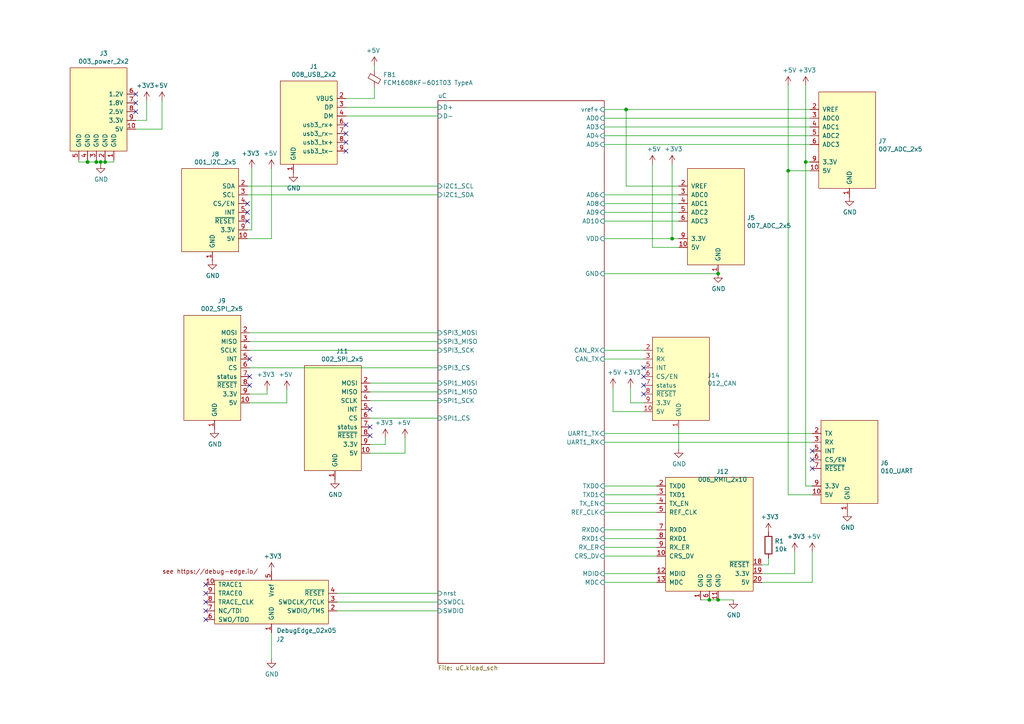
<source format=kicad_sch>
(kicad_sch (version 20211123) (generator eeschema)

  (uuid 8c514922-ffe1-4e37-a260-e807409f2e0d)

  (paper "A4")

  (lib_symbols
    (symbol "Device:Ferrite_Bead_Small" (pin_numbers hide) (pin_names (offset 0)) (in_bom yes) (on_board yes)
      (property "Reference" "FB" (id 0) (at 1.905 1.27 0)
        (effects (font (size 1.27 1.27)) (justify left))
      )
      (property "Value" "Device_Ferrite_Bead_Small" (id 1) (at 1.905 -1.27 0)
        (effects (font (size 1.27 1.27)) (justify left))
      )
      (property "Footprint" "" (id 2) (at -1.778 0 90)
        (effects (font (size 1.27 1.27)) hide)
      )
      (property "Datasheet" "" (id 3) (at 0 0 0)
        (effects (font (size 1.27 1.27)) hide)
      )
      (property "ki_fp_filters" "Inductor_* L_* *Ferrite*" (id 4) (at 0 0 0)
        (effects (font (size 1.27 1.27)) hide)
      )
      (symbol "Ferrite_Bead_Small_0_1"
        (polyline
          (pts
            (xy 0 -1.27)
            (xy 0 -0.7874)
          )
          (stroke (width 0) (type default) (color 0 0 0 0))
          (fill (type none))
        )
        (polyline
          (pts
            (xy 0 0.889)
            (xy 0 1.2954)
          )
          (stroke (width 0) (type default) (color 0 0 0 0))
          (fill (type none))
        )
        (polyline
          (pts
            (xy -1.8288 0.2794)
            (xy -1.1176 1.4986)
            (xy 1.8288 -0.2032)
            (xy 1.1176 -1.4224)
            (xy -1.8288 0.2794)
          )
          (stroke (width 0) (type default) (color 0 0 0 0))
          (fill (type none))
        )
      )
      (symbol "Ferrite_Bead_Small_1_1"
        (pin passive line (at 0 2.54 270) (length 1.27)
          (name "~" (effects (font (size 1.27 1.27))))
          (number "1" (effects (font (size 1.27 1.27))))
        )
        (pin passive line (at 0 -2.54 90) (length 1.27)
          (name "~" (effects (font (size 1.27 1.27))))
          (number "2" (effects (font (size 1.27 1.27))))
        )
      )
    )
    (symbol "Device:R" (pin_numbers hide) (pin_names (offset 0)) (in_bom yes) (on_board yes)
      (property "Reference" "R" (id 0) (at 2.032 0 90)
        (effects (font (size 1.27 1.27)))
      )
      (property "Value" "R" (id 1) (at 0 0 90)
        (effects (font (size 1.27 1.27)))
      )
      (property "Footprint" "" (id 2) (at -1.778 0 90)
        (effects (font (size 1.27 1.27)) hide)
      )
      (property "Datasheet" "~" (id 3) (at 0 0 0)
        (effects (font (size 1.27 1.27)) hide)
      )
      (property "ki_keywords" "R res resistor" (id 4) (at 0 0 0)
        (effects (font (size 1.27 1.27)) hide)
      )
      (property "ki_description" "Resistor" (id 5) (at 0 0 0)
        (effects (font (size 1.27 1.27)) hide)
      )
      (property "ki_fp_filters" "R_*" (id 6) (at 0 0 0)
        (effects (font (size 1.27 1.27)) hide)
      )
      (symbol "R_0_1"
        (rectangle (start -1.016 -2.54) (end 1.016 2.54)
          (stroke (width 0.254) (type default) (color 0 0 0 0))
          (fill (type none))
        )
      )
      (symbol "R_1_1"
        (pin passive line (at 0 3.81 270) (length 1.27)
          (name "~" (effects (font (size 1.27 1.27))))
          (number "1" (effects (font (size 1.27 1.27))))
        )
        (pin passive line (at 0 -3.81 90) (length 1.27)
          (name "~" (effects (font (size 1.27 1.27))))
          (number "2" (effects (font (size 1.27 1.27))))
        )
      )
    )
    (symbol "power:+3.3V" (power) (pin_names (offset 0)) (in_bom yes) (on_board yes)
      (property "Reference" "#PWR" (id 0) (at 0 -3.81 0)
        (effects (font (size 1.27 1.27)) hide)
      )
      (property "Value" "+3.3V" (id 1) (at 0 3.556 0)
        (effects (font (size 1.27 1.27)))
      )
      (property "Footprint" "" (id 2) (at 0 0 0)
        (effects (font (size 1.27 1.27)) hide)
      )
      (property "Datasheet" "" (id 3) (at 0 0 0)
        (effects (font (size 1.27 1.27)) hide)
      )
      (property "ki_keywords" "power-flag" (id 4) (at 0 0 0)
        (effects (font (size 1.27 1.27)) hide)
      )
      (property "ki_description" "Power symbol creates a global label with name \"+3.3V\"" (id 5) (at 0 0 0)
        (effects (font (size 1.27 1.27)) hide)
      )
      (symbol "+3.3V_0_1"
        (polyline
          (pts
            (xy -0.762 1.27)
            (xy 0 2.54)
          )
          (stroke (width 0) (type default) (color 0 0 0 0))
          (fill (type none))
        )
        (polyline
          (pts
            (xy 0 0)
            (xy 0 2.54)
          )
          (stroke (width 0) (type default) (color 0 0 0 0))
          (fill (type none))
        )
        (polyline
          (pts
            (xy 0 2.54)
            (xy 0.762 1.27)
          )
          (stroke (width 0) (type default) (color 0 0 0 0))
          (fill (type none))
        )
      )
      (symbol "+3.3V_1_1"
        (pin power_in line (at 0 0 90) (length 0) hide
          (name "+3V3" (effects (font (size 1.27 1.27))))
          (number "1" (effects (font (size 1.27 1.27))))
        )
      )
    )
    (symbol "power:+5V" (power) (pin_names (offset 0)) (in_bom yes) (on_board yes)
      (property "Reference" "#PWR" (id 0) (at 0 -3.81 0)
        (effects (font (size 1.27 1.27)) hide)
      )
      (property "Value" "+5V" (id 1) (at 0 3.556 0)
        (effects (font (size 1.27 1.27)))
      )
      (property "Footprint" "" (id 2) (at 0 0 0)
        (effects (font (size 1.27 1.27)) hide)
      )
      (property "Datasheet" "" (id 3) (at 0 0 0)
        (effects (font (size 1.27 1.27)) hide)
      )
      (property "ki_keywords" "power-flag" (id 4) (at 0 0 0)
        (effects (font (size 1.27 1.27)) hide)
      )
      (property "ki_description" "Power symbol creates a global label with name \"+5V\"" (id 5) (at 0 0 0)
        (effects (font (size 1.27 1.27)) hide)
      )
      (symbol "+5V_0_1"
        (polyline
          (pts
            (xy -0.762 1.27)
            (xy 0 2.54)
          )
          (stroke (width 0) (type default) (color 0 0 0 0))
          (fill (type none))
        )
        (polyline
          (pts
            (xy 0 0)
            (xy 0 2.54)
          )
          (stroke (width 0) (type default) (color 0 0 0 0))
          (fill (type none))
        )
        (polyline
          (pts
            (xy 0 2.54)
            (xy 0.762 1.27)
          )
          (stroke (width 0) (type default) (color 0 0 0 0))
          (fill (type none))
        )
      )
      (symbol "+5V_1_1"
        (pin power_in line (at 0 0 90) (length 0) hide
          (name "+5V" (effects (font (size 1.27 1.27))))
          (number "1" (effects (font (size 1.27 1.27))))
        )
      )
    )
    (symbol "power:GND" (power) (pin_names (offset 0)) (in_bom yes) (on_board yes)
      (property "Reference" "#PWR" (id 0) (at 0 -6.35 0)
        (effects (font (size 1.27 1.27)) hide)
      )
      (property "Value" "GND" (id 1) (at 0 -3.81 0)
        (effects (font (size 1.27 1.27)))
      )
      (property "Footprint" "" (id 2) (at 0 0 0)
        (effects (font (size 1.27 1.27)) hide)
      )
      (property "Datasheet" "" (id 3) (at 0 0 0)
        (effects (font (size 1.27 1.27)) hide)
      )
      (property "ki_keywords" "power-flag" (id 4) (at 0 0 0)
        (effects (font (size 1.27 1.27)) hide)
      )
      (property "ki_description" "Power symbol creates a global label with name \"GND\" , ground" (id 5) (at 0 0 0)
        (effects (font (size 1.27 1.27)) hide)
      )
      (symbol "GND_0_1"
        (polyline
          (pts
            (xy 0 0)
            (xy 0 -1.27)
            (xy 1.27 -1.27)
            (xy 0 -2.54)
            (xy -1.27 -1.27)
            (xy 0 -1.27)
          )
          (stroke (width 0) (type default) (color 0 0 0 0))
          (fill (type none))
        )
      )
      (symbol "GND_1_1"
        (pin power_in line (at 0 0 270) (length 0) hide
          (name "GND" (effects (font (size 1.27 1.27))))
          (number "1" (effects (font (size 1.27 1.27))))
        )
      )
    )
    (symbol "put_on_edge:001_I2C" (pin_names (offset 1.016)) (in_bom yes) (on_board yes)
      (property "Reference" "J" (id 0) (at -2.54 13.97 0)
        (effects (font (size 1.27 1.27)))
      )
      (property "Value" "001_I2C" (id 1) (at 8.89 13.97 0)
        (effects (font (size 1.27 1.27)))
      )
      (property "Footprint" "" (id 2) (at 7.62 16.51 0)
        (effects (font (size 1.27 1.27)) hide)
      )
      (property "Datasheet" "" (id 3) (at 7.62 16.51 0)
        (effects (font (size 1.27 1.27)) hide)
      )
      (symbol "001_I2C_0_1"
        (rectangle (start -8.89 12.7) (end 7.62 -11.43)
          (stroke (width 0) (type default) (color 0 0 0 0))
          (fill (type background))
        )
      )
      (symbol "001_I2C_1_1"
        (pin power_in line (at -1.27 -13.97 90) (length 2.54)
          (name "GND" (effects (font (size 1.27 1.27))))
          (number "1" (effects (font (size 1.27 1.27))))
        )
        (pin power_in line (at -11.43 -7.62 0) (length 2.54)
          (name "5V" (effects (font (size 1.27 1.27))))
          (number "10" (effects (font (size 1.27 1.27))))
        )
        (pin bidirectional line (at -11.43 7.62 0) (length 2.54)
          (name "SDA" (effects (font (size 1.27 1.27))))
          (number "2" (effects (font (size 1.27 1.27))))
        )
        (pin bidirectional line (at -11.43 5.08 0) (length 2.54)
          (name "SCL" (effects (font (size 1.27 1.27))))
          (number "3" (effects (font (size 1.27 1.27))))
        )
        (pin bidirectional line (at -11.43 2.54 0) (length 2.54)
          (name "CS/EN" (effects (font (size 1.27 1.27))))
          (number "4" (effects (font (size 1.27 1.27))))
        )
        (pin bidirectional line (at -11.43 0 0) (length 2.54)
          (name "INT" (effects (font (size 1.27 1.27))))
          (number "5" (effects (font (size 1.27 1.27))))
        )
        (pin bidirectional line (at -11.43 -2.54 0) (length 2.54)
          (name "~{RESET}" (effects (font (size 1.27 1.27))))
          (number "8" (effects (font (size 1.27 1.27))))
        )
        (pin power_in line (at -11.43 -5.08 0) (length 2.54)
          (name "3.3V" (effects (font (size 1.27 1.27))))
          (number "9" (effects (font (size 1.27 1.27))))
        )
      )
    )
    (symbol "put_on_edge:002_SPI" (pin_names (offset 1.016)) (in_bom yes) (on_board yes)
      (property "Reference" "J" (id 0) (at -1.27 13.97 0)
        (effects (font (size 1.27 1.27)))
      )
      (property "Value" "002_SPI" (id 1) (at 10.16 13.97 0)
        (effects (font (size 1.27 1.27)))
      )
      (property "Footprint" "" (id 2) (at 8.89 16.51 0)
        (effects (font (size 1.27 1.27)) hide)
      )
      (property "Datasheet" "" (id 3) (at 8.89 16.51 0)
        (effects (font (size 1.27 1.27)) hide)
      )
      (symbol "002_SPI_0_1"
        (rectangle (start -7.62 12.7) (end 8.89 -17.78)
          (stroke (width 0) (type default) (color 0 0 0 0))
          (fill (type background))
        )
      )
      (symbol "002_SPI_1_1"
        (pin power_in line (at 0 -20.32 90) (length 2.54)
          (name "GND" (effects (font (size 1.27 1.27))))
          (number "1" (effects (font (size 1.27 1.27))))
        )
        (pin power_in line (at -10.16 -12.7 0) (length 2.54)
          (name "5V" (effects (font (size 1.27 1.27))))
          (number "10" (effects (font (size 1.27 1.27))))
        )
        (pin bidirectional line (at -10.16 7.62 0) (length 2.54)
          (name "MOSI" (effects (font (size 1.27 1.27))))
          (number "2" (effects (font (size 1.27 1.27))))
        )
        (pin bidirectional line (at -10.16 5.08 0) (length 2.54)
          (name "MISO" (effects (font (size 1.27 1.27))))
          (number "3" (effects (font (size 1.27 1.27))))
        )
        (pin bidirectional line (at -10.16 2.54 0) (length 2.54)
          (name "SCLK" (effects (font (size 1.27 1.27))))
          (number "4" (effects (font (size 1.27 1.27))))
        )
        (pin bidirectional line (at -10.16 0 0) (length 2.54)
          (name "INT" (effects (font (size 1.27 1.27))))
          (number "5" (effects (font (size 1.27 1.27))))
        )
        (pin bidirectional line (at -10.16 -2.54 0) (length 2.54)
          (name "CS" (effects (font (size 1.27 1.27))))
          (number "6" (effects (font (size 1.27 1.27))))
        )
        (pin bidirectional line (at -10.16 -5.08 0) (length 2.54)
          (name "status" (effects (font (size 1.27 1.27))))
          (number "7" (effects (font (size 1.27 1.27))))
        )
        (pin bidirectional line (at -10.16 -7.62 0) (length 2.54)
          (name "~{RESET}" (effects (font (size 1.27 1.27))))
          (number "8" (effects (font (size 1.27 1.27))))
        )
        (pin power_in line (at -10.16 -10.16 0) (length 2.54)
          (name "3.3V" (effects (font (size 1.27 1.27))))
          (number "9" (effects (font (size 1.27 1.27))))
        )
      )
    )
    (symbol "put_on_edge:003_power" (pin_names (offset 1.016)) (in_bom yes) (on_board yes)
      (property "Reference" "J" (id 0) (at -2.54 13.97 0)
        (effects (font (size 1.27 1.27)))
      )
      (property "Value" "003_power" (id 1) (at 8.89 13.97 0)
        (effects (font (size 1.27 1.27)))
      )
      (property "Footprint" "" (id 2) (at 7.62 16.51 0)
        (effects (font (size 1.27 1.27)) hide)
      )
      (property "Datasheet" "" (id 3) (at 7.62 16.51 0)
        (effects (font (size 1.27 1.27)) hide)
      )
      (symbol "003_power_0_1"
        (rectangle (start -8.89 12.7) (end 7.62 -11.43)
          (stroke (width 0) (type default) (color 0 0 0 0))
          (fill (type background))
        )
      )
      (symbol "003_power_1_1"
        (pin power_in line (at -5.08 -13.97 90) (length 2.54)
          (name "GND" (effects (font (size 1.27 1.27))))
          (number "1" (effects (font (size 1.27 1.27))))
        )
        (pin power_out line (at -11.43 -5.08 0) (length 2.54)
          (name "5V" (effects (font (size 1.27 1.27))))
          (number "10" (effects (font (size 1.27 1.27))))
        )
        (pin power_in line (at -2.54 -13.97 90) (length 2.54)
          (name "GND" (effects (font (size 1.27 1.27))))
          (number "2" (effects (font (size 1.27 1.27))))
        )
        (pin power_in line (at 0 -13.97 90) (length 2.54)
          (name "GND" (effects (font (size 1.27 1.27))))
          (number "3" (effects (font (size 1.27 1.27))))
        )
        (pin power_in line (at 2.54 -13.97 90) (length 2.54)
          (name "GND" (effects (font (size 1.27 1.27))))
          (number "4" (effects (font (size 1.27 1.27))))
        )
        (pin power_in line (at 5.08 -13.97 90) (length 2.54)
          (name "GND" (effects (font (size 1.27 1.27))))
          (number "5" (effects (font (size 1.27 1.27))))
        )
        (pin power_out line (at -11.43 5.08 0) (length 2.54)
          (name "1.2V" (effects (font (size 1.27 1.27))))
          (number "6" (effects (font (size 1.27 1.27))))
        )
        (pin power_out line (at -11.43 2.54 0) (length 2.54)
          (name "1.8V" (effects (font (size 1.27 1.27))))
          (number "7" (effects (font (size 1.27 1.27))))
        )
        (pin power_out line (at -11.43 0 0) (length 2.54)
          (name "2.5V" (effects (font (size 1.27 1.27))))
          (number "8" (effects (font (size 1.27 1.27))))
        )
        (pin power_out line (at -11.43 -2.54 0) (length 2.54)
          (name "3.3V" (effects (font (size 1.27 1.27))))
          (number "9" (effects (font (size 1.27 1.27))))
        )
      )
    )
    (symbol "put_on_edge:006_RMII" (pin_names (offset 1.016)) (in_bom yes) (on_board yes)
      (property "Reference" "J" (id 0) (at -6.35 16.51 0)
        (effects (font (size 1.27 1.27)))
      )
      (property "Value" "006_RMII" (id 1) (at 5.08 16.51 0)
        (effects (font (size 1.27 1.27)))
      )
      (property "Footprint" "" (id 2) (at 3.81 19.05 0)
        (effects (font (size 1.27 1.27)) hide)
      )
      (property "Datasheet" "" (id 3) (at 3.81 19.05 0)
        (effects (font (size 1.27 1.27)) hide)
      )
      (symbol "006_RMII_0_1"
        (rectangle (start -12.7 15.24) (end 12.7 -17.78)
          (stroke (width 0) (type default) (color 0 0 0 0))
          (fill (type background))
        )
      )
      (symbol "006_RMII_1_1"
        (pin power_in line (at -2.54 -20.32 90) (length 2.54)
          (name "GND" (effects (font (size 1.27 1.27))))
          (number "1" (effects (font (size 1.27 1.27))))
        )
        (pin bidirectional line (at -15.24 -7.62 0) (length 2.54)
          (name "CRS_DV" (effects (font (size 1.27 1.27))))
          (number "10" (effects (font (size 1.27 1.27))))
        )
        (pin power_in line (at 2.54 -20.32 90) (length 2.54)
          (name "GND" (effects (font (size 1.27 1.27))))
          (number "11" (effects (font (size 1.27 1.27))))
        )
        (pin bidirectional line (at -15.24 -12.7 0) (length 2.54)
          (name "MDIO" (effects (font (size 1.27 1.27))))
          (number "12" (effects (font (size 1.27 1.27))))
        )
        (pin bidirectional line (at -15.24 -15.24 0) (length 2.54)
          (name "MDC" (effects (font (size 1.27 1.27))))
          (number "13" (effects (font (size 1.27 1.27))))
        )
        (pin bidirectional line (at 15.24 -10.16 180) (length 2.54)
          (name "~{RESET}" (effects (font (size 1.27 1.27))))
          (number "18" (effects (font (size 1.27 1.27))))
        )
        (pin bidirectional line (at 15.24 -12.7 180) (length 2.54)
          (name "3.3V" (effects (font (size 1.27 1.27))))
          (number "19" (effects (font (size 1.27 1.27))))
        )
        (pin bidirectional line (at -15.24 12.7 0) (length 2.54)
          (name "TXD0" (effects (font (size 1.27 1.27))))
          (number "2" (effects (font (size 1.27 1.27))))
        )
        (pin bidirectional line (at 15.24 -15.24 180) (length 2.54)
          (name "5V" (effects (font (size 1.27 1.27))))
          (number "20" (effects (font (size 1.27 1.27))))
        )
        (pin bidirectional line (at -15.24 10.16 0) (length 2.54)
          (name "TXD1" (effects (font (size 1.27 1.27))))
          (number "3" (effects (font (size 1.27 1.27))))
        )
        (pin bidirectional line (at -15.24 7.62 0) (length 2.54)
          (name "TX_EN" (effects (font (size 1.27 1.27))))
          (number "4" (effects (font (size 1.27 1.27))))
        )
        (pin bidirectional line (at -15.24 5.08 0) (length 2.54)
          (name "REF_CLK" (effects (font (size 1.27 1.27))))
          (number "5" (effects (font (size 1.27 1.27))))
        )
        (pin power_in line (at 0 -20.32 90) (length 2.54)
          (name "GND" (effects (font (size 1.27 1.27))))
          (number "6" (effects (font (size 1.27 1.27))))
        )
        (pin bidirectional line (at -15.24 0 0) (length 2.54)
          (name "RXD0" (effects (font (size 1.27 1.27))))
          (number "7" (effects (font (size 1.27 1.27))))
        )
        (pin bidirectional line (at -15.24 -2.54 0) (length 2.54)
          (name "RXD1" (effects (font (size 1.27 1.27))))
          (number "8" (effects (font (size 1.27 1.27))))
        )
        (pin bidirectional line (at -15.24 -5.08 0) (length 2.54)
          (name "RX_ER" (effects (font (size 1.27 1.27))))
          (number "9" (effects (font (size 1.27 1.27))))
        )
      )
    )
    (symbol "put_on_edge:007_ADC" (pin_names (offset 1.016)) (in_bom yes) (on_board yes)
      (property "Reference" "J" (id 0) (at -2.54 13.97 0)
        (effects (font (size 1.27 1.27)))
      )
      (property "Value" "007_ADC" (id 1) (at 8.89 13.97 0)
        (effects (font (size 1.27 1.27)))
      )
      (property "Footprint" "" (id 2) (at 7.62 16.51 0)
        (effects (font (size 1.27 1.27)) hide)
      )
      (property "Datasheet" "" (id 3) (at 7.62 16.51 0)
        (effects (font (size 1.27 1.27)) hide)
      )
      (symbol "007_ADC_0_1"
        (rectangle (start -8.89 12.7) (end 7.62 -15.24)
          (stroke (width 0) (type default) (color 0 0 0 0))
          (fill (type background))
        )
      )
      (symbol "007_ADC_1_1"
        (pin power_in line (at 0 -17.78 90) (length 2.54)
          (name "GND" (effects (font (size 1.27 1.27))))
          (number "1" (effects (font (size 1.27 1.27))))
        )
        (pin bidirectional line (at -11.43 -10.16 0) (length 2.54)
          (name "5V" (effects (font (size 1.27 1.27))))
          (number "10" (effects (font (size 1.27 1.27))))
        )
        (pin bidirectional line (at -11.43 7.62 0) (length 2.54)
          (name "VREF" (effects (font (size 1.27 1.27))))
          (number "2" (effects (font (size 1.27 1.27))))
        )
        (pin power_in line (at -11.43 5.08 0) (length 2.54)
          (name "ADC0" (effects (font (size 1.27 1.27))))
          (number "3" (effects (font (size 1.27 1.27))))
        )
        (pin bidirectional line (at -11.43 2.54 0) (length 2.54)
          (name "ADC1" (effects (font (size 1.27 1.27))))
          (number "4" (effects (font (size 1.27 1.27))))
        )
        (pin bidirectional line (at -11.43 0 0) (length 2.54)
          (name "ADC2" (effects (font (size 1.27 1.27))))
          (number "5" (effects (font (size 1.27 1.27))))
        )
        (pin bidirectional line (at -11.43 -2.54 0) (length 2.54)
          (name "ADC3" (effects (font (size 1.27 1.27))))
          (number "6" (effects (font (size 1.27 1.27))))
        )
        (pin bidirectional line (at -11.43 -7.62 0) (length 2.54)
          (name "3.3V" (effects (font (size 1.27 1.27))))
          (number "9" (effects (font (size 1.27 1.27))))
        )
      )
    )
    (symbol "put_on_edge:008_USB" (pin_names (offset 1.016)) (in_bom yes) (on_board yes)
      (property "Reference" "J" (id 0) (at -2.54 13.97 0)
        (effects (font (size 1.27 1.27)))
      )
      (property "Value" "008_USB" (id 1) (at 8.89 13.97 0)
        (effects (font (size 1.27 1.27)))
      )
      (property "Footprint" "" (id 2) (at 7.62 16.51 0)
        (effects (font (size 1.27 1.27)) hide)
      )
      (property "Datasheet" "" (id 3) (at 7.62 16.51 0)
        (effects (font (size 1.27 1.27)) hide)
      )
      (symbol "008_USB_0_1"
        (rectangle (start -8.89 12.7) (end 7.62 -11.43)
          (stroke (width 0) (type default) (color 0 0 0 0))
          (fill (type background))
        )
      )
      (symbol "008_USB_1_1"
        (pin power_in line (at 3.81 -13.97 90) (length 2.54)
          (name "GND" (effects (font (size 1.27 1.27))))
          (number "1" (effects (font (size 1.27 1.27))))
        )
        (pin power_in line (at -11.43 7.62 0) (length 2.54)
          (name "VBUS" (effects (font (size 1.27 1.27))))
          (number "2" (effects (font (size 1.27 1.27))))
        )
        (pin bidirectional line (at -11.43 5.08 0) (length 2.54)
          (name "DP" (effects (font (size 1.27 1.27))))
          (number "3" (effects (font (size 1.27 1.27))))
        )
        (pin bidirectional line (at -11.43 2.54 0) (length 2.54)
          (name "DM" (effects (font (size 1.27 1.27))))
          (number "4" (effects (font (size 1.27 1.27))))
        )
        (pin input line (at -11.43 0 0) (length 2.54)
          (name "usb3_rx+" (effects (font (size 1.27 1.27))))
          (number "6" (effects (font (size 1.27 1.27))))
        )
        (pin input line (at -11.43 -2.54 0) (length 2.54)
          (name "usb3_rx-" (effects (font (size 1.27 1.27))))
          (number "7" (effects (font (size 1.27 1.27))))
        )
        (pin input line (at -11.43 -5.08 0) (length 2.54)
          (name "usb3_tx+" (effects (font (size 1.27 1.27))))
          (number "8" (effects (font (size 1.27 1.27))))
        )
        (pin input line (at -11.43 -7.62 0) (length 2.54)
          (name "usb3_tx-" (effects (font (size 1.27 1.27))))
          (number "9" (effects (font (size 1.27 1.27))))
        )
      )
    )
    (symbol "put_on_edge:010_UART" (pin_names (offset 1.016)) (in_bom yes) (on_board yes)
      (property "Reference" "J" (id 0) (at -2.54 13.97 0)
        (effects (font (size 1.27 1.27)))
      )
      (property "Value" "010_UART" (id 1) (at 8.89 13.97 0)
        (effects (font (size 1.27 1.27)))
      )
      (property "Footprint" "" (id 2) (at 7.62 16.51 0)
        (effects (font (size 1.27 1.27)) hide)
      )
      (property "Datasheet" "" (id 3) (at 7.62 16.51 0)
        (effects (font (size 1.27 1.27)) hide)
      )
      (symbol "010_UART_0_1"
        (rectangle (start -8.89 12.7) (end 7.62 -11.43)
          (stroke (width 0) (type default) (color 0 0 0 0))
          (fill (type background))
        )
      )
      (symbol "010_UART_1_1"
        (pin power_in line (at -1.27 -13.97 90) (length 2.54)
          (name "GND" (effects (font (size 1.27 1.27))))
          (number "1" (effects (font (size 1.27 1.27))))
        )
        (pin power_in line (at -11.43 -8.89 0) (length 2.54)
          (name "5V" (effects (font (size 1.27 1.27))))
          (number "10" (effects (font (size 1.27 1.27))))
        )
        (pin bidirectional line (at -11.43 8.89 0) (length 2.54)
          (name "TX" (effects (font (size 1.27 1.27))))
          (number "2" (effects (font (size 1.27 1.27))))
        )
        (pin bidirectional line (at -11.43 6.35 0) (length 2.54)
          (name "RX" (effects (font (size 1.27 1.27))))
          (number "3" (effects (font (size 1.27 1.27))))
        )
        (pin bidirectional line (at -11.43 3.81 0) (length 2.54)
          (name "INT" (effects (font (size 1.27 1.27))))
          (number "5" (effects (font (size 1.27 1.27))))
        )
        (pin bidirectional line (at -11.43 1.27 0) (length 2.54)
          (name "CS/EN" (effects (font (size 1.27 1.27))))
          (number "6" (effects (font (size 1.27 1.27))))
        )
        (pin bidirectional line (at -11.43 -1.27 0) (length 2.54)
          (name "~{RESET}" (effects (font (size 1.27 1.27))))
          (number "7" (effects (font (size 1.27 1.27))))
        )
        (pin power_in line (at -11.43 -6.35 0) (length 2.54)
          (name "3.3V" (effects (font (size 1.27 1.27))))
          (number "9" (effects (font (size 1.27 1.27))))
        )
      )
    )
    (symbol "put_on_edge:012_CAN" (pin_names (offset 1.016)) (in_bom yes) (on_board yes)
      (property "Reference" "J" (id 0) (at -1.27 12.7 0)
        (effects (font (size 1.27 1.27)))
      )
      (property "Value" "012_CAN" (id 1) (at 10.16 12.7 0)
        (effects (font (size 1.27 1.27)))
      )
      (property "Footprint" "" (id 2) (at 7.62 16.51 0)
        (effects (font (size 1.27 1.27)) hide)
      )
      (property "Datasheet" "" (id 3) (at 7.62 16.51 0)
        (effects (font (size 1.27 1.27)) hide)
      )
      (symbol "012_CAN_0_1"
        (rectangle (start -7.62 11.43) (end 8.89 -12.7)
          (stroke (width 0) (type default) (color 0 0 0 0))
          (fill (type background))
        )
      )
      (symbol "012_CAN_1_1"
        (pin power_in line (at 0 -15.24 90) (length 2.54)
          (name "GND" (effects (font (size 1.27 1.27))))
          (number "1" (effects (font (size 1.27 1.27))))
        )
        (pin power_in line (at -10.16 -10.16 0) (length 2.54)
          (name "5V" (effects (font (size 1.27 1.27))))
          (number "10" (effects (font (size 1.27 1.27))))
        )
        (pin bidirectional line (at -10.16 7.62 0) (length 2.54)
          (name "TX" (effects (font (size 1.27 1.27))))
          (number "2" (effects (font (size 1.27 1.27))))
        )
        (pin bidirectional line (at -10.16 5.08 0) (length 2.54)
          (name "RX" (effects (font (size 1.27 1.27))))
          (number "3" (effects (font (size 1.27 1.27))))
        )
        (pin bidirectional line (at -10.16 2.54 0) (length 2.54)
          (name "INT" (effects (font (size 1.27 1.27))))
          (number "5" (effects (font (size 1.27 1.27))))
        )
        (pin bidirectional line (at -10.16 0 0) (length 2.54)
          (name "CS/EN" (effects (font (size 1.27 1.27))))
          (number "6" (effects (font (size 1.27 1.27))))
        )
        (pin bidirectional line (at -10.16 -2.54 0) (length 2.54)
          (name "status" (effects (font (size 1.27 1.27))))
          (number "7" (effects (font (size 1.27 1.27))))
        )
        (pin bidirectional line (at -10.16 -5.08 0) (length 2.54)
          (name "~{RESET}" (effects (font (size 1.27 1.27))))
          (number "8" (effects (font (size 1.27 1.27))))
        )
        (pin power_in line (at -10.16 -7.62 0) (length 2.54)
          (name "3.3V" (effects (font (size 1.27 1.27))))
          (number "9" (effects (font (size 1.27 1.27))))
        )
      )
    )
    (symbol "put_on_edge:DebugEdge_02x05" (pin_names (offset 1.016)) (in_bom yes) (on_board yes)
      (property "Reference" "J" (id 0) (at -10.16 7.62 0)
        (effects (font (size 1.27 1.27)))
      )
      (property "Value" "DebugEdge_02x05" (id 1) (at 11.43 7.62 0)
        (effects (font (size 1.27 1.27)))
      )
      (property "Footprint" "" (id 2) (at 0 10.16 0)
        (effects (font (size 1.27 1.27)) hide)
      )
      (property "Datasheet" "" (id 3) (at 0 10.16 0)
        (effects (font (size 1.27 1.27)) hide)
      )
      (symbol "DebugEdge_02x05_0_0"
        (text "see https://debug-edge.io/" (at 17.78 -8.89 0)
          (effects (font (size 1.27 1.27)))
        )
      )
      (symbol "DebugEdge_02x05_0_1"
        (rectangle (start -16.51 6.35) (end 16.51 -6.35)
          (stroke (width 0) (type default) (color 0 0 0 0))
          (fill (type background))
        )
      )
      (symbol "DebugEdge_02x05_1_1"
        (pin power_in line (at 0 8.89 270) (length 2.54)
          (name "GND" (effects (font (size 1.27 1.27))))
          (number "1" (effects (font (size 1.27 1.27))))
        )
        (pin bidirectional line (at 19.05 -5.08 180) (length 2.54)
          (name "TRACE1" (effects (font (size 1.27 1.27))))
          (number "10" (effects (font (size 1.27 1.27))))
        )
        (pin bidirectional line (at -19.05 2.54 0) (length 2.54)
          (name "SWDIO/TMS" (effects (font (size 1.27 1.27))))
          (number "2" (effects (font (size 1.27 1.27))))
        )
        (pin bidirectional line (at -19.05 0 0) (length 2.54)
          (name "SWDCLK/TCLK" (effects (font (size 1.27 1.27))))
          (number "3" (effects (font (size 1.27 1.27))))
        )
        (pin bidirectional line (at -19.05 -2.54 0) (length 2.54)
          (name "~{RESET}" (effects (font (size 1.27 1.27))))
          (number "4" (effects (font (size 1.27 1.27))))
        )
        (pin power_in line (at 0 -8.89 90) (length 2.54)
          (name "Vref" (effects (font (size 1.27 1.27))))
          (number "5" (effects (font (size 1.27 1.27))))
        )
        (pin bidirectional line (at 19.05 5.08 180) (length 2.54)
          (name "SWO/TDO" (effects (font (size 1.27 1.27))))
          (number "6" (effects (font (size 1.27 1.27))))
        )
        (pin bidirectional line (at 19.05 2.54 180) (length 2.54)
          (name "NC/TDI" (effects (font (size 1.27 1.27))))
          (number "7" (effects (font (size 1.27 1.27))))
        )
        (pin bidirectional line (at 19.05 0 180) (length 2.54)
          (name "TRACE_CLK" (effects (font (size 1.27 1.27))))
          (number "8" (effects (font (size 1.27 1.27))))
        )
        (pin bidirectional line (at 19.05 -2.54 180) (length 2.54)
          (name "TRACE0" (effects (font (size 1.27 1.27))))
          (number "9" (effects (font (size 1.27 1.27))))
        )
      )
    )
  )

  (junction (at 233.68 46.99) (diameter 0) (color 0 0 0 0)
    (uuid 009b5465-0a65-4237-93e7-eb65321eeb18)
  )
  (junction (at 208.28 79.375) (diameter 0) (color 0 0 0 0)
    (uuid 1fbb0219-551e-409b-a61b-76e8cebdfb9d)
  )
  (junction (at 181.61 31.75) (diameter 0) (color 0 0 0 0)
    (uuid 2891767f-251c-48c4-91c0-deb1b368f45c)
  )
  (junction (at 205.74 173.99) (diameter 0) (color 0 0 0 0)
    (uuid 37b6c6d6-3e12-4736-912a-ea6e2bf06721)
  )
  (junction (at 228.6 49.53) (diameter 0) (color 0 0 0 0)
    (uuid 4ba06b66-7669-4c70-b585-f5d4c9c33527)
  )
  (junction (at 27.94 46.99) (diameter 0) (color 0 0 0 0)
    (uuid 79e31048-072a-4a40-a625-26bb0b5f046b)
  )
  (junction (at 194.945 69.215) (diameter 0) (color 0 0 0 0)
    (uuid 99dfa524-0366-4808-b4e8-328fc38e8656)
  )
  (junction (at 30.48 46.99) (diameter 0) (color 0 0 0 0)
    (uuid b9bb0e73-161a-4d06-b6eb-a9f66d8a95f5)
  )
  (junction (at 208.28 173.99) (diameter 0) (color 0 0 0 0)
    (uuid e32ee344-1030-4498-9cac-bfbf7540faf4)
  )
  (junction (at 25.4 46.99) (diameter 0) (color 0 0 0 0)
    (uuid f7667b23-296e-4362-a7e3-949632c8954b)
  )
  (junction (at 29.21 46.99) (diameter 0) (color 0 0 0 0)
    (uuid feb26ecb-9193-46ea-a41b-d09305bf0a3e)
  )

  (no_connect (at 107.315 118.745) (uuid 009a4fb4-fcc0-4623-ae5d-c1bae3219583))
  (no_connect (at 39.37 32.385) (uuid 0ae82096-0994-4fb0-9a2a-d4ac4804abac))
  (no_connect (at 39.37 29.845) (uuid 0fdc6f30-77bc-4e9b-8665-c8aa9acf5bf9))
  (no_connect (at 59.69 172.085) (uuid 180245d9-4a3f-4d1b-adcc-b4eafac722e0))
  (no_connect (at 72.39 111.76) (uuid 22999e73-da32-43a5-9163-4b3a41614f25))
  (no_connect (at 59.69 177.165) (uuid 28e37b45-f843-47c2-85c9-ca19f5430ece))
  (no_connect (at 107.315 126.365) (uuid 2dc54bac-8640-4dd7-b8ed-3c7acb01a8ea))
  (no_connect (at 100.33 41.275) (uuid 3c5e5ea9-793d-46e3-86bc-5884c4490dc7))
  (no_connect (at 186.69 111.76) (uuid 3f43d730-2a73-49fe-9672-32428e7f5b49))
  (no_connect (at 39.37 27.305) (uuid 4107d40a-e5df-4255-aacc-13f9928e090c))
  (no_connect (at 59.69 169.545) (uuid 54212c01-b363-47b8-a145-45c40df316f4))
  (no_connect (at 235.585 130.81) (uuid 60ff6322-62e2-4602-9bc0-7a0f0a5ecfbf))
  (no_connect (at 72.39 104.14) (uuid 81a15393-727e-448b-a777-b18773023d89))
  (no_connect (at 59.69 179.705) (uuid 88610282-a92d-4c3d-917a-ea95d59e0759))
  (no_connect (at 100.33 43.815) (uuid 98914cc3-56fe-40bb-820a-3d157225c145))
  (no_connect (at 186.69 106.68) (uuid 98b00c9d-9188-4bce-aa70-92d12dd9cf82))
  (no_connect (at 100.33 38.735) (uuid 9dcdc92b-2219-4a4a-8954-45f02cc3ab25))
  (no_connect (at 186.69 109.22) (uuid a24ce0e2-fdd3-4e6a-b754-5dee9713dd27))
  (no_connect (at 72.39 109.22) (uuid a4f86a46-3bc8-4daa-9125-a63f297eb114))
  (no_connect (at 71.755 59.055) (uuid a7531a95-7ca1-4f34-955e-18120cec99e6))
  (no_connect (at 235.585 135.89) (uuid aa130053-a451-4f12-97f7-3d4d891a5f83))
  (no_connect (at 186.69 114.3) (uuid affd2b67-1463-48bb-bf51-07c67541b0b7))
  (no_connect (at 107.315 123.825) (uuid cf386a39-fc62-49dd-8ec5-e044f6bd67ce))
  (no_connect (at 100.33 36.195) (uuid dae72997-44fc-4275-b36f-cd70bf46cfba))
  (no_connect (at 71.755 64.135) (uuid e03cb4ee-f63b-4708-94ee-2ad15b5a949f))
  (no_connect (at 235.585 133.35) (uuid e7369115-d491-4ef3-be3d-f5298992c3e8))
  (no_connect (at 59.69 174.625) (uuid f8f3a9fc-1e34-4573-a767-508104e8d242))
  (no_connect (at 71.755 61.595) (uuid f8fc38ec-0b98-40bc-ae2f-e5cc29973bca))

  (wire (pts (xy 234.95 36.83) (xy 175.26 36.83))
    (stroke (width 0) (type default) (color 0 0 0 0))
    (uuid 00e38d63-5436-49db-81f5-697421f168fc)
  )
  (wire (pts (xy 235.585 168.91) (xy 235.585 160.02))
    (stroke (width 0) (type default) (color 0 0 0 0))
    (uuid 026ac84e-b8b2-4dd2-b675-8323c24fd778)
  )
  (wire (pts (xy 189.23 47.625) (xy 189.23 71.755))
    (stroke (width 0) (type default) (color 0 0 0 0))
    (uuid 0351df45-d042-41d4-ba35-88092c7be2fc)
  )
  (wire (pts (xy 30.48 46.99) (xy 33.02 46.99))
    (stroke (width 0) (type default) (color 0 0 0 0))
    (uuid 03c7f780-fc1b-487a-b30d-567d6c09fdc8)
  )
  (wire (pts (xy 77.47 114.3) (xy 72.39 114.3))
    (stroke (width 0) (type default) (color 0 0 0 0))
    (uuid 071522c0-d0ed-49b9-906e-6295f67fb0dc)
  )
  (wire (pts (xy 220.98 163.83) (xy 222.885 163.83))
    (stroke (width 0) (type default) (color 0 0 0 0))
    (uuid 076046ab-4b56-4060-b8d9-0d80806d0277)
  )
  (wire (pts (xy 208.28 173.99) (xy 212.725 173.99))
    (stroke (width 0) (type default) (color 0 0 0 0))
    (uuid 0bcafe80-ffba-4f1e-ae51-95a595b006db)
  )
  (wire (pts (xy 175.26 161.29) (xy 190.5 161.29))
    (stroke (width 0) (type default) (color 0 0 0 0))
    (uuid 0cc45b5b-96b3-4284-9cae-a3a9e324a916)
  )
  (wire (pts (xy 97.79 174.625) (xy 127 174.625))
    (stroke (width 0) (type default) (color 0 0 0 0))
    (uuid 0e8f7fc0-2ef2-4b90-9c15-8a3a601ee459)
  )
  (wire (pts (xy 175.26 146.05) (xy 190.5 146.05))
    (stroke (width 0) (type default) (color 0 0 0 0))
    (uuid 109caac1-5036-4f23-9a66-f569d871501b)
  )
  (wire (pts (xy 222.885 161.925) (xy 222.885 163.83))
    (stroke (width 0) (type default) (color 0 0 0 0))
    (uuid 1171ce37-6ad7-4662-bb68-5592c945ebf3)
  )
  (wire (pts (xy 228.6 24.765) (xy 228.6 49.53))
    (stroke (width 0) (type default) (color 0 0 0 0))
    (uuid 155b0b7c-70b4-4a26-a550-bac13cab0aa4)
  )
  (wire (pts (xy 175.26 56.515) (xy 196.85 56.515))
    (stroke (width 0) (type default) (color 0 0 0 0))
    (uuid 19c56563-5fe3-442a-885b-418dbc2421eb)
  )
  (wire (pts (xy 203.2 173.99) (xy 205.74 173.99))
    (stroke (width 0) (type default) (color 0 0 0 0))
    (uuid 1f8b2c0c-b042-4e2e-80f6-4959a27b238f)
  )
  (wire (pts (xy 228.6 49.53) (xy 234.95 49.53))
    (stroke (width 0) (type default) (color 0 0 0 0))
    (uuid 1fa508ef-df83-4c99-846b-9acf535b3ad9)
  )
  (wire (pts (xy 175.26 59.055) (xy 196.85 59.055))
    (stroke (width 0) (type default) (color 0 0 0 0))
    (uuid 21ae9c3a-7138-444e-be38-56a4842ab594)
  )
  (wire (pts (xy 233.68 140.97) (xy 235.585 140.97))
    (stroke (width 0) (type default) (color 0 0 0 0))
    (uuid 221bef83-3ea7-4d3f-adeb-53a8a07c6273)
  )
  (wire (pts (xy 108.585 25.4) (xy 108.585 28.575))
    (stroke (width 0) (type default) (color 0 0 0 0))
    (uuid 224768bc-6009-43ba-aa4a-70cbaa15b5a3)
  )
  (wire (pts (xy 189.23 71.755) (xy 196.85 71.755))
    (stroke (width 0) (type default) (color 0 0 0 0))
    (uuid 240e5dac-6242-47a5-bbef-f76d11c715c0)
  )
  (wire (pts (xy 230.505 166.37) (xy 230.505 160.02))
    (stroke (width 0) (type default) (color 0 0 0 0))
    (uuid 26801cfb-b53b-4a6a-a2f4-5f4986565765)
  )
  (wire (pts (xy 72.39 116.84) (xy 83.185 116.84))
    (stroke (width 0) (type default) (color 0 0 0 0))
    (uuid 2846428d-39de-4eae-8ce2-64955d56c493)
  )
  (wire (pts (xy 29.21 46.99) (xy 30.48 46.99))
    (stroke (width 0) (type default) (color 0 0 0 0))
    (uuid 29e058a7-50a3-43e5-81c3-bfee53da08be)
  )
  (wire (pts (xy 175.26 148.59) (xy 190.5 148.59))
    (stroke (width 0) (type default) (color 0 0 0 0))
    (uuid 31540a7e-dc9e-4e4d-96b1-dab15efa5f4b)
  )
  (wire (pts (xy 107.315 111.125) (xy 127 111.125))
    (stroke (width 0) (type default) (color 0 0 0 0))
    (uuid 34d03349-6d78-4165-a683-2d8b76f2bae8)
  )
  (wire (pts (xy 97.79 172.085) (xy 127 172.085))
    (stroke (width 0) (type default) (color 0 0 0 0))
    (uuid 382ca670-6ae8-4de6-90f9-f241d1337171)
  )
  (wire (pts (xy 234.95 41.91) (xy 175.26 41.91))
    (stroke (width 0) (type default) (color 0 0 0 0))
    (uuid 399fc36a-ed5d-44b5-82f7-c6f83d9acc14)
  )
  (wire (pts (xy 29.21 46.99) (xy 29.21 47.625))
    (stroke (width 0) (type default) (color 0 0 0 0))
    (uuid 3fd54105-4b7e-4004-9801-76ec66108a22)
  )
  (wire (pts (xy 72.39 106.68) (xy 127 106.68))
    (stroke (width 0) (type default) (color 0 0 0 0))
    (uuid 40b14a16-fb82-4b9d-89dd-55cd98abb5cc)
  )
  (wire (pts (xy 194.945 69.215) (xy 196.85 69.215))
    (stroke (width 0) (type default) (color 0 0 0 0))
    (uuid 477311b9-8f81-40c8-9c55-fd87e287247a)
  )
  (wire (pts (xy 175.26 125.73) (xy 235.585 125.73))
    (stroke (width 0) (type default) (color 0 0 0 0))
    (uuid 477892a1-722e-4cda-bb6c-fcdb8ba5f93e)
  )
  (wire (pts (xy 175.26 104.14) (xy 186.69 104.14))
    (stroke (width 0) (type default) (color 0 0 0 0))
    (uuid 479331ff-c540-41f4-84e6-b48d65171e59)
  )
  (wire (pts (xy 175.26 166.37) (xy 190.5 166.37))
    (stroke (width 0) (type default) (color 0 0 0 0))
    (uuid 4a850cb6-bb24-4274-a902-e49f34f0a0e3)
  )
  (wire (pts (xy 235.585 128.27) (xy 175.26 128.27))
    (stroke (width 0) (type default) (color 0 0 0 0))
    (uuid 4d586a18-26c5-441e-a9ff-8125ee516126)
  )
  (wire (pts (xy 77.47 113.03) (xy 77.47 114.3))
    (stroke (width 0) (type default) (color 0 0 0 0))
    (uuid 4e315e69-0417-463a-8b7f-469a08d1496e)
  )
  (wire (pts (xy 83.185 116.84) (xy 83.185 113.03))
    (stroke (width 0) (type default) (color 0 0 0 0))
    (uuid 4fa10683-33cd-4dcd-8acc-2415cd63c62a)
  )
  (wire (pts (xy 30.48 46.99) (xy 30.48 46.355))
    (stroke (width 0) (type default) (color 0 0 0 0))
    (uuid 5cf2db29-f7ab-499a-9907-cdeba64bf0f3)
  )
  (wire (pts (xy 233.68 46.99) (xy 233.68 140.97))
    (stroke (width 0) (type default) (color 0 0 0 0))
    (uuid 5d9921f1-08b3-4cc9-8cf7-e9a72ca2fdb7)
  )
  (wire (pts (xy 72.39 101.6) (xy 127 101.6))
    (stroke (width 0) (type default) (color 0 0 0 0))
    (uuid 658dad07-97fd-466c-8b49-21892ac96ea4)
  )
  (wire (pts (xy 175.26 140.97) (xy 190.5 140.97))
    (stroke (width 0) (type default) (color 0 0 0 0))
    (uuid 6b7c1048-12b6-46b2-b762-fa3ad30472dd)
  )
  (wire (pts (xy 177.8 112.395) (xy 177.8 119.38))
    (stroke (width 0) (type default) (color 0 0 0 0))
    (uuid 6bd115d6-07e0-45db-8f2e-3cbb0429104f)
  )
  (wire (pts (xy 111.76 128.905) (xy 107.315 128.905))
    (stroke (width 0) (type default) (color 0 0 0 0))
    (uuid 6d1d60ff-408a-47a7-892f-c5cf9ef6ca75)
  )
  (wire (pts (xy 233.68 24.765) (xy 233.68 46.99))
    (stroke (width 0) (type default) (color 0 0 0 0))
    (uuid 6e435cd4-da2b-4602-a0aa-5dd988834dff)
  )
  (wire (pts (xy 72.39 99.06) (xy 127 99.06))
    (stroke (width 0) (type default) (color 0 0 0 0))
    (uuid 6e68f0cd-800e-4167-9553-71fc59da1eeb)
  )
  (wire (pts (xy 27.94 46.99) (xy 29.21 46.99))
    (stroke (width 0) (type default) (color 0 0 0 0))
    (uuid 6fd4442e-30b3-428b-9306-61418a63d311)
  )
  (wire (pts (xy 27.94 46.99) (xy 25.4 46.99))
    (stroke (width 0) (type default) (color 0 0 0 0))
    (uuid 700e8b73-5976-423f-a3f3-ab3d9f3e9760)
  )
  (wire (pts (xy 234.95 34.29) (xy 175.26 34.29))
    (stroke (width 0) (type default) (color 0 0 0 0))
    (uuid 70e4263f-d95a-4431-b3f3-cfc800c82056)
  )
  (wire (pts (xy 127 116.205) (xy 107.315 116.205))
    (stroke (width 0) (type default) (color 0 0 0 0))
    (uuid 70fb572d-d5ec-41e7-9482-63d4578b4f47)
  )
  (wire (pts (xy 46.99 37.465) (xy 46.99 29.21))
    (stroke (width 0) (type default) (color 0 0 0 0))
    (uuid 7a4ce4b3-518a-4819-b8b2-5127b3347c64)
  )
  (wire (pts (xy 107.315 121.285) (xy 127 121.285))
    (stroke (width 0) (type default) (color 0 0 0 0))
    (uuid 7afa54c4-2181-41d3-81f7-39efc497ecae)
  )
  (wire (pts (xy 194.945 69.215) (xy 175.26 69.215))
    (stroke (width 0) (type default) (color 0 0 0 0))
    (uuid 7bfba61b-6752-4a45-9ee6-5984dcb15041)
  )
  (wire (pts (xy 175.26 31.75) (xy 181.61 31.75))
    (stroke (width 0) (type default) (color 0 0 0 0))
    (uuid 7cee474b-af8f-4832-b07a-c43c1ab0b464)
  )
  (wire (pts (xy 194.945 47.625) (xy 194.945 69.215))
    (stroke (width 0) (type default) (color 0 0 0 0))
    (uuid 84e5506c-143e-495f-9aa4-d3a71622f213)
  )
  (wire (pts (xy 181.61 53.975) (xy 196.85 53.975))
    (stroke (width 0) (type default) (color 0 0 0 0))
    (uuid 853ee787-6e2c-4f32-bc75-6c17337dd3d5)
  )
  (wire (pts (xy 205.74 173.99) (xy 208.28 173.99))
    (stroke (width 0) (type default) (color 0 0 0 0))
    (uuid 86dc7a78-7d51-4111-9eea-8a8f7977eb16)
  )
  (wire (pts (xy 71.755 53.975) (xy 127 53.975))
    (stroke (width 0) (type default) (color 0 0 0 0))
    (uuid 89e83c2e-e90a-4a50-b278-880bac0cfb49)
  )
  (wire (pts (xy 175.26 143.51) (xy 190.5 143.51))
    (stroke (width 0) (type default) (color 0 0 0 0))
    (uuid 8c1605f9-6c91-4701-96bf-e753661d5e23)
  )
  (wire (pts (xy 27.94 46.355) (xy 27.94 46.99))
    (stroke (width 0) (type default) (color 0 0 0 0))
    (uuid 8d0c1d66-35ef-4a53-a28f-436a11b54f42)
  )
  (wire (pts (xy 190.5 158.75) (xy 175.26 158.75))
    (stroke (width 0) (type default) (color 0 0 0 0))
    (uuid 9186fd02-f30d-4e17-aa38-378ab73e3908)
  )
  (wire (pts (xy 100.33 33.655) (xy 127 33.655))
    (stroke (width 0) (type default) (color 0 0 0 0))
    (uuid 965308c8-e014-459a-b9db-b8493a601c62)
  )
  (wire (pts (xy 177.8 119.38) (xy 186.69 119.38))
    (stroke (width 0) (type default) (color 0 0 0 0))
    (uuid 97fe2a5c-4eee-4c7a-9c43-47749b396494)
  )
  (wire (pts (xy 208.28 79.375) (xy 175.26 79.375))
    (stroke (width 0) (type default) (color 0 0 0 0))
    (uuid 99332785-d9f1-4363-9377-26ddc18e6d2c)
  )
  (wire (pts (xy 181.61 31.75) (xy 234.95 31.75))
    (stroke (width 0) (type default) (color 0 0 0 0))
    (uuid 9bac9ad3-a7b9-47f0-87c7-d8630653df68)
  )
  (wire (pts (xy 175.26 64.135) (xy 196.85 64.135))
    (stroke (width 0) (type default) (color 0 0 0 0))
    (uuid 9cb12cc8-7f1a-4a01-9256-c119f11a8a02)
  )
  (wire (pts (xy 108.585 20.32) (xy 108.585 19.05))
    (stroke (width 0) (type default) (color 0 0 0 0))
    (uuid 9f80220c-1612-4589-b9ca-a5579617bdb8)
  )
  (wire (pts (xy 78.74 191.135) (xy 78.74 183.515))
    (stroke (width 0) (type default) (color 0 0 0 0))
    (uuid a13ab237-8f8d-4e16-8c47-4440653b8534)
  )
  (wire (pts (xy 71.755 56.515) (xy 127 56.515))
    (stroke (width 0) (type default) (color 0 0 0 0))
    (uuid a5e521b9-814e-4853-a5ac-f158785c6269)
  )
  (wire (pts (xy 196.85 124.46) (xy 196.85 130.175))
    (stroke (width 0) (type default) (color 0 0 0 0))
    (uuid a6ac2109-2c5a-4a11-912e-3b0d344b8991)
  )
  (wire (pts (xy 42.545 34.925) (xy 42.545 29.21))
    (stroke (width 0) (type default) (color 0 0 0 0))
    (uuid a6b7df29-bcf8-46a9-b623-7eaac47f5110)
  )
  (wire (pts (xy 39.37 37.465) (xy 46.99 37.465))
    (stroke (width 0) (type default) (color 0 0 0 0))
    (uuid a9b3f6e4-7a6d-4ae8-ad28-3d8458e0ca1a)
  )
  (wire (pts (xy 220.98 168.91) (xy 235.585 168.91))
    (stroke (width 0) (type default) (color 0 0 0 0))
    (uuid ae77c3c8-1144-468e-ad5b-a0b4090735bd)
  )
  (wire (pts (xy 97.79 177.165) (xy 127 177.165))
    (stroke (width 0) (type default) (color 0 0 0 0))
    (uuid b0906e10-2fbc-4309-a8b4-6fc4cd1a5490)
  )
  (wire (pts (xy 175.26 101.6) (xy 186.69 101.6))
    (stroke (width 0) (type default) (color 0 0 0 0))
    (uuid b09666f9-12f1-4ee9-8877-2292c94258ca)
  )
  (wire (pts (xy 100.33 31.115) (xy 127 31.115))
    (stroke (width 0) (type default) (color 0 0 0 0))
    (uuid b1c649b1-f44d-46c7-9dea-818e75a1b87e)
  )
  (wire (pts (xy 22.86 46.99) (xy 22.86 46.355))
    (stroke (width 0) (type default) (color 0 0 0 0))
    (uuid b4300db7-1220-431a-b7c3-2edbdf8fa6fc)
  )
  (wire (pts (xy 235.585 143.51) (xy 228.6 143.51))
    (stroke (width 0) (type default) (color 0 0 0 0))
    (uuid b52d6ff3-fef1-496e-8dd5-ebb89b6bce6a)
  )
  (wire (pts (xy 111.76 127) (xy 111.76 128.905))
    (stroke (width 0) (type default) (color 0 0 0 0))
    (uuid b6135480-ace6-42b2-9c47-856ef57cded1)
  )
  (wire (pts (xy 25.4 46.99) (xy 22.86 46.99))
    (stroke (width 0) (type default) (color 0 0 0 0))
    (uuid b873bc5d-a9af-4bd9-afcb-87ce4d417120)
  )
  (wire (pts (xy 72.39 96.52) (xy 127 96.52))
    (stroke (width 0) (type default) (color 0 0 0 0))
    (uuid bb4b1afc-c46e-451d-8dad-36b7dec82f26)
  )
  (wire (pts (xy 71.755 69.215) (xy 78.74 69.215))
    (stroke (width 0) (type default) (color 0 0 0 0))
    (uuid bc196bda-2251-41b1-bccb-e22081e87a45)
  )
  (wire (pts (xy 33.02 46.99) (xy 33.02 46.355))
    (stroke (width 0) (type default) (color 0 0 0 0))
    (uuid c04386e0-b49e-4fff-b380-675af13a62cb)
  )
  (wire (pts (xy 220.98 166.37) (xy 230.505 166.37))
    (stroke (width 0) (type default) (color 0 0 0 0))
    (uuid c3c499b1-9227-4e4b-9982-f9f1aa6203b9)
  )
  (wire (pts (xy 25.4 46.355) (xy 25.4 46.99))
    (stroke (width 0) (type default) (color 0 0 0 0))
    (uuid c76d4423-ef1b-4a6f-8176-33d65f2877bb)
  )
  (wire (pts (xy 175.26 61.595) (xy 196.85 61.595))
    (stroke (width 0) (type default) (color 0 0 0 0))
    (uuid c7e7067c-5f5e-48d8-ab59-df26f9b35863)
  )
  (wire (pts (xy 228.6 49.53) (xy 228.6 143.51))
    (stroke (width 0) (type default) (color 0 0 0 0))
    (uuid c8b6b273-3d20-4a46-8069-f6d608563604)
  )
  (wire (pts (xy 182.88 112.395) (xy 182.88 116.84))
    (stroke (width 0) (type default) (color 0 0 0 0))
    (uuid ce72ea62-9343-4a4f-81bf-8ac601f5d005)
  )
  (wire (pts (xy 73.025 48.895) (xy 73.025 66.675))
    (stroke (width 0) (type default) (color 0 0 0 0))
    (uuid d21cc5e4-177a-4e1d-a8d5-060ed33e5b8e)
  )
  (wire (pts (xy 39.37 34.925) (xy 42.545 34.925))
    (stroke (width 0) (type default) (color 0 0 0 0))
    (uuid d9c6d5d2-0b49-49ba-a970-cd2c32f74c54)
  )
  (wire (pts (xy 78.74 48.895) (xy 78.74 69.215))
    (stroke (width 0) (type default) (color 0 0 0 0))
    (uuid e1c30a32-820e-4b17-aec9-5cb8b76f0ccc)
  )
  (wire (pts (xy 107.315 131.445) (xy 117.475 131.445))
    (stroke (width 0) (type default) (color 0 0 0 0))
    (uuid e4aa537c-eb9d-4dbb-ac87-fae46af42391)
  )
  (wire (pts (xy 175.26 168.91) (xy 190.5 168.91))
    (stroke (width 0) (type default) (color 0 0 0 0))
    (uuid e5203297-b913-4288-a576-12a92185cb52)
  )
  (wire (pts (xy 107.315 113.665) (xy 127 113.665))
    (stroke (width 0) (type default) (color 0 0 0 0))
    (uuid eae0ab9f-65b2-44d3-aba7-873c3227fba7)
  )
  (wire (pts (xy 233.68 46.99) (xy 234.95 46.99))
    (stroke (width 0) (type default) (color 0 0 0 0))
    (uuid eae14f5f-515c-4a6f-ad0e-e8ef233d14bf)
  )
  (wire (pts (xy 175.26 156.21) (xy 190.5 156.21))
    (stroke (width 0) (type default) (color 0 0 0 0))
    (uuid f1447ad6-651c-45be-a2d6-33bddf672c2c)
  )
  (wire (pts (xy 71.755 66.675) (xy 73.025 66.675))
    (stroke (width 0) (type default) (color 0 0 0 0))
    (uuid f258a2d3-b5cb-4085-9caa-d194020a8579)
  )
  (wire (pts (xy 175.26 153.67) (xy 190.5 153.67))
    (stroke (width 0) (type default) (color 0 0 0 0))
    (uuid f6c644f4-3036-41a6-9e14-2c08c079c6cd)
  )
  (wire (pts (xy 181.61 31.75) (xy 181.61 53.975))
    (stroke (width 0) (type default) (color 0 0 0 0))
    (uuid f78e02cd-9600-4173-be8d-67e530b5d19f)
  )
  (wire (pts (xy 117.475 131.445) (xy 117.475 127))
    (stroke (width 0) (type default) (color 0 0 0 0))
    (uuid f9403623-c00c-4b71-bc5c-d763ff009386)
  )
  (wire (pts (xy 182.88 116.84) (xy 186.69 116.84))
    (stroke (width 0) (type default) (color 0 0 0 0))
    (uuid fb30f9bb-6a0b-4d8a-82b0-266eab794bc6)
  )
  (wire (pts (xy 234.95 39.37) (xy 175.26 39.37))
    (stroke (width 0) (type default) (color 0 0 0 0))
    (uuid fbe8ebfc-2a8e-4eb8-85c5-38ddeaa5dd00)
  )
  (wire (pts (xy 108.585 28.575) (xy 100.33 28.575))
    (stroke (width 0) (type default) (color 0 0 0 0))
    (uuid fef37e8b-0ff0-4da2-8a57-acaf19551d1a)
  )

  (symbol (lib_id "put_on_edge:DebugEdge_02x05") (at 78.74 174.625 180) (unit 1)
    (in_bom yes) (on_board yes)
    (uuid 00000000-0000-0000-0000-0000603eaafd)
    (property "Reference" "J2" (id 0) (at 81.28 185.42 0))
    (property "Value" "DebugEdge_02x05" (id 1) (at 88.9 182.88 0))
    (property "Footprint" "on_edge:on_edge_2x05_device" (id 2) (at 78.74 184.785 0)
      (effects (font (size 1.27 1.27)) hide)
    )
    (property "Datasheet" "" (id 3) (at 78.74 184.785 0)
      (effects (font (size 1.27 1.27)) hide)
    )
    (pin "1" (uuid afb159fb-8c78-4f37-8db7-ed0bc3c88627))
    (pin "10" (uuid b65c241a-7563-48cc-88e5-54a3c480afeb))
    (pin "2" (uuid 1e918c50-bde1-4e96-a4c7-0b32266e5d71))
    (pin "3" (uuid fe0e0249-3be8-4c20-a851-d954078831f2))
    (pin "4" (uuid 32eb50b8-6fa5-4ea0-ac10-db118a3f2949))
    (pin "5" (uuid 5aa1bf80-b5f3-4412-9101-4b142ad4832e))
    (pin "6" (uuid f0c55874-fb52-4585-8425-61b5b74e96a6))
    (pin "7" (uuid c7fd63b9-8b45-4131-98f1-314223c3e6da))
    (pin "8" (uuid f710b18b-c456-43be-a6e0-b8fa66c3937c))
    (pin "9" (uuid 3b64215c-bc33-4fee-9890-85d555222827))
  )

  (symbol (lib_id "put_on_edge:007_ADC") (at 208.28 61.595 0) (unit 1)
    (in_bom yes) (on_board yes)
    (uuid 00000000-0000-0000-0000-000060414f15)
    (property "Reference" "J5" (id 0) (at 216.6112 63.1698 0)
      (effects (font (size 1.27 1.27)) (justify left))
    )
    (property "Value" "007_ADC_2x5" (id 1) (at 216.6112 65.4812 0)
      (effects (font (size 1.27 1.27)) (justify left))
    )
    (property "Footprint" "on_edge:on_edge_2x05_host" (id 2) (at 215.9 45.085 0)
      (effects (font (size 1.27 1.27)) hide)
    )
    (property "Datasheet" "" (id 3) (at 215.9 45.085 0)
      (effects (font (size 1.27 1.27)) hide)
    )
    (pin "1" (uuid df154a3d-4d9b-4d06-bc5a-30761ca45e87))
    (pin "10" (uuid bb1d3653-b63a-47c0-b6f8-d8d1da193c13))
    (pin "2" (uuid bd512a59-de1d-4b9c-8048-3f49a128aa46))
    (pin "3" (uuid ebea8197-c54e-40e2-8f7c-9c38868b752b))
    (pin "4" (uuid 4ffe5bcf-0c88-4572-bce0-1f107418dadd))
    (pin "5" (uuid 6f18111c-9199-4bc4-a095-8b2401c5db4d))
    (pin "6" (uuid b16db6aa-eff9-4560-94eb-8f1df0edf71a))
    (pin "9" (uuid 7a96ea12-e031-49a1-a3a0-24202e6db0ee))
  )

  (symbol (lib_id "put_on_edge:007_ADC") (at 246.38 39.37 0) (unit 1)
    (in_bom yes) (on_board yes)
    (uuid 00000000-0000-0000-0000-00006041d870)
    (property "Reference" "J7" (id 0) (at 254.7112 40.9448 0)
      (effects (font (size 1.27 1.27)) (justify left))
    )
    (property "Value" "007_ADC_2x5" (id 1) (at 254.7112 43.2562 0)
      (effects (font (size 1.27 1.27)) (justify left))
    )
    (property "Footprint" "on_edge:on_edge_2x05_host" (id 2) (at 254 22.86 0)
      (effects (font (size 1.27 1.27)) hide)
    )
    (property "Datasheet" "" (id 3) (at 254 22.86 0)
      (effects (font (size 1.27 1.27)) hide)
    )
    (pin "1" (uuid caf74a56-3653-4b15-9eb3-a201b31ab6ac))
    (pin "10" (uuid f82a6f35-b2e8-45e3-97f8-1c2e70fa4578))
    (pin "2" (uuid 89d30dc5-826e-436b-acb9-f9172d6bf59d))
    (pin "3" (uuid 6b64e661-ac63-4088-86f7-bff31ee003a7))
    (pin "4" (uuid f1a2b3d3-f238-4c2b-afc9-11873f409bc5))
    (pin "5" (uuid 4642eca3-0d97-4f28-9325-441b64ee9473))
    (pin "6" (uuid 6a0f0cb2-07ca-44ce-842b-2b4a1ed99733))
    (pin "9" (uuid 03636a66-8be1-47ea-9810-340b2899da3c))
  )

  (symbol (lib_id "power:GND") (at 246.38 57.15 0) (unit 1)
    (in_bom yes) (on_board yes)
    (uuid 00000000-0000-0000-0000-00006041f990)
    (property "Reference" "#PWR0101" (id 0) (at 246.38 63.5 0)
      (effects (font (size 1.27 1.27)) hide)
    )
    (property "Value" "GND" (id 1) (at 246.507 61.5442 0))
    (property "Footprint" "" (id 2) (at 246.38 57.15 0)
      (effects (font (size 1.27 1.27)) hide)
    )
    (property "Datasheet" "" (id 3) (at 246.38 57.15 0)
      (effects (font (size 1.27 1.27)) hide)
    )
    (pin "1" (uuid f2a3a761-fa15-4eb1-b5a7-276510d87105))
  )

  (symbol (lib_id "power:GND") (at 208.28 79.375 0) (unit 1)
    (in_bom yes) (on_board yes)
    (uuid 00000000-0000-0000-0000-000060420159)
    (property "Reference" "#PWR0102" (id 0) (at 208.28 85.725 0)
      (effects (font (size 1.27 1.27)) hide)
    )
    (property "Value" "GND" (id 1) (at 208.407 83.7692 0))
    (property "Footprint" "" (id 2) (at 208.28 79.375 0)
      (effects (font (size 1.27 1.27)) hide)
    )
    (property "Datasheet" "" (id 3) (at 208.28 79.375 0)
      (effects (font (size 1.27 1.27)) hide)
    )
    (pin "1" (uuid dd659b7b-4940-46bf-97d1-c3029ed22f43))
  )

  (symbol (lib_id "power:+5V") (at 189.23 47.625 0) (unit 1)
    (in_bom yes) (on_board yes)
    (uuid 00000000-0000-0000-0000-000060527daa)
    (property "Reference" "#PWR0107" (id 0) (at 189.23 51.435 0)
      (effects (font (size 1.27 1.27)) hide)
    )
    (property "Value" "+5V" (id 1) (at 189.611 43.2308 0))
    (property "Footprint" "" (id 2) (at 189.23 47.625 0)
      (effects (font (size 1.27 1.27)) hide)
    )
    (property "Datasheet" "" (id 3) (at 189.23 47.625 0)
      (effects (font (size 1.27 1.27)) hide)
    )
    (pin "1" (uuid 62664196-ab9a-47a3-bdde-ec51441c6fdd))
  )

  (symbol (lib_id "power:+5V") (at 235.585 160.02 0) (unit 1)
    (in_bom yes) (on_board yes)
    (uuid 00000000-0000-0000-0000-00006052889f)
    (property "Reference" "#PWR0124" (id 0) (at 235.585 163.83 0)
      (effects (font (size 1.27 1.27)) hide)
    )
    (property "Value" "+5V" (id 1) (at 235.966 155.6258 0))
    (property "Footprint" "" (id 2) (at 235.585 160.02 0)
      (effects (font (size 1.27 1.27)) hide)
    )
    (property "Datasheet" "" (id 3) (at 235.585 160.02 0)
      (effects (font (size 1.27 1.27)) hide)
    )
    (pin "1" (uuid 4d72c06f-3453-406f-8538-8b721f73cc81))
  )

  (symbol (lib_id "power:+3.3V") (at 194.945 47.625 0) (unit 1)
    (in_bom yes) (on_board yes)
    (uuid 00000000-0000-0000-0000-00006052e757)
    (property "Reference" "#PWR0127" (id 0) (at 194.945 51.435 0)
      (effects (font (size 1.27 1.27)) hide)
    )
    (property "Value" "+3.3V" (id 1) (at 195.326 43.2308 0))
    (property "Footprint" "" (id 2) (at 194.945 47.625 0)
      (effects (font (size 1.27 1.27)) hide)
    )
    (property "Datasheet" "" (id 3) (at 194.945 47.625 0)
      (effects (font (size 1.27 1.27)) hide)
    )
    (pin "1" (uuid 0cad7052-77a5-4b90-bf34-0ed84016ddb3))
  )

  (symbol (lib_id "power:+3.3V") (at 233.68 24.765 0) (unit 1)
    (in_bom yes) (on_board yes)
    (uuid 00000000-0000-0000-0000-00006052ec18)
    (property "Reference" "#PWR0128" (id 0) (at 233.68 28.575 0)
      (effects (font (size 1.27 1.27)) hide)
    )
    (property "Value" "+3.3V" (id 1) (at 234.061 20.3708 0))
    (property "Footprint" "" (id 2) (at 233.68 24.765 0)
      (effects (font (size 1.27 1.27)) hide)
    )
    (property "Datasheet" "" (id 3) (at 233.68 24.765 0)
      (effects (font (size 1.27 1.27)) hide)
    )
    (pin "1" (uuid 997a5220-e5d0-4c15-9924-1cfe7e1900ae))
  )

  (symbol (lib_id "power:GND") (at 78.74 191.135 0) (unit 1)
    (in_bom yes) (on_board yes)
    (uuid 00000000-0000-0000-0000-00006053aeba)
    (property "Reference" "#PWR0129" (id 0) (at 78.74 197.485 0)
      (effects (font (size 1.27 1.27)) hide)
    )
    (property "Value" "GND" (id 1) (at 78.867 195.5292 0))
    (property "Footprint" "" (id 2) (at 78.74 191.135 0)
      (effects (font (size 1.27 1.27)) hide)
    )
    (property "Datasheet" "" (id 3) (at 78.74 191.135 0)
      (effects (font (size 1.27 1.27)) hide)
    )
    (pin "1" (uuid 0a65f57e-b91d-4ac8-8e83-d116f74e24d2))
  )

  (symbol (lib_id "power:+3.3V") (at 78.74 165.735 0) (unit 1)
    (in_bom yes) (on_board yes)
    (uuid 00000000-0000-0000-0000-00006053d476)
    (property "Reference" "#PWR0130" (id 0) (at 78.74 169.545 0)
      (effects (font (size 1.27 1.27)) hide)
    )
    (property "Value" "+3.3V" (id 1) (at 79.121 161.3408 0))
    (property "Footprint" "" (id 2) (at 78.74 165.735 0)
      (effects (font (size 1.27 1.27)) hide)
    )
    (property "Datasheet" "" (id 3) (at 78.74 165.735 0)
      (effects (font (size 1.27 1.27)) hide)
    )
    (pin "1" (uuid 014294c4-af0a-4e6a-a643-c21c70bd3b28))
  )

  (symbol (lib_id "put_on_edge:008_USB") (at 88.9 36.195 0) (mirror y) (unit 1)
    (in_bom yes) (on_board yes)
    (uuid 00000000-0000-0000-0000-000060541296)
    (property "Reference" "J1" (id 0) (at 91.0082 19.304 0))
    (property "Value" "008_USB_2x2" (id 1) (at 91.0082 21.6154 0))
    (property "Footprint" "on_edge:on_edge_2x05_device" (id 2) (at 81.28 19.685 0)
      (effects (font (size 1.27 1.27)) hide)
    )
    (property "Datasheet" "" (id 3) (at 81.28 19.685 0)
      (effects (font (size 1.27 1.27)) hide)
    )
    (pin "1" (uuid c358d6d3-3fc1-4255-889b-dd8456b5bf5d))
    (pin "2" (uuid b0901133-9ac8-4fae-b1c3-23a5c59648f4))
    (pin "3" (uuid 76f0ae03-8a81-4e03-82cc-697b8a2d3dc9))
    (pin "4" (uuid 4a6f7f58-ffa1-4ce0-84a4-a43028bdaf25))
    (pin "6" (uuid 50b3c388-70c2-40f0-bcab-91360d921fbd))
    (pin "7" (uuid 56d30706-3bc3-4351-80e6-e342c04c34e6))
    (pin "8" (uuid 6ff6dbdb-8494-4d96-9edf-cb4316c92b89))
    (pin "9" (uuid a3299ab5-3dc3-46bd-84ec-03bef122851b))
  )

  (symbol (lib_id "power:GND") (at 85.09 50.165 0) (unit 1)
    (in_bom yes) (on_board yes)
    (uuid 00000000-0000-0000-0000-000060546fbd)
    (property "Reference" "#PWR0131" (id 0) (at 85.09 56.515 0)
      (effects (font (size 1.27 1.27)) hide)
    )
    (property "Value" "GND" (id 1) (at 85.217 54.5592 0))
    (property "Footprint" "" (id 2) (at 85.09 50.165 0)
      (effects (font (size 1.27 1.27)) hide)
    )
    (property "Datasheet" "" (id 3) (at 85.09 50.165 0)
      (effects (font (size 1.27 1.27)) hide)
    )
    (pin "1" (uuid e408af70-9a3d-4b30-a91f-1a69c4a24a80))
  )

  (symbol (lib_id "put_on_edge:003_power") (at 27.94 32.385 0) (mirror y) (unit 1)
    (in_bom yes) (on_board yes)
    (uuid 00000000-0000-0000-0000-000060547882)
    (property "Reference" "J3" (id 0) (at 30.0482 15.494 0))
    (property "Value" "003_power_2x2" (id 1) (at 30.0482 17.8054 0))
    (property "Footprint" "on_edge:on_edge_2x05_device" (id 2) (at 20.32 15.875 0)
      (effects (font (size 1.27 1.27)) hide)
    )
    (property "Datasheet" "" (id 3) (at 20.32 15.875 0)
      (effects (font (size 1.27 1.27)) hide)
    )
    (pin "1" (uuid eb280ccc-3df6-47bb-aa5b-43596e4528fe))
    (pin "10" (uuid 85a187b5-2adf-4f49-9f19-442d04950f80))
    (pin "2" (uuid aa23ede9-9a36-4054-bf47-4b5fc583d83a))
    (pin "3" (uuid 2b3d19e7-41c0-4687-b406-6a432f761855))
    (pin "4" (uuid 57596b39-eb79-47de-ac6d-346c0c14f95d))
    (pin "5" (uuid cdfaa898-dbc4-41d0-b172-d93030c353b7))
    (pin "6" (uuid 799d2512-5c32-45ff-94ac-8ca827385809))
    (pin "7" (uuid da4349c5-9342-4c74-8c10-cca4c3af9ad1))
    (pin "8" (uuid b35c76a1-eddd-4d8d-b4db-9a799c115994))
    (pin "9" (uuid bd2766c7-0172-4284-aed3-e10e164be4eb))
  )

  (symbol (lib_id "power:+5V") (at 46.99 29.21 0) (mirror y) (unit 1)
    (in_bom yes) (on_board yes)
    (uuid 00000000-0000-0000-0000-00006054995d)
    (property "Reference" "#PWR0132" (id 0) (at 46.99 33.02 0)
      (effects (font (size 1.27 1.27)) hide)
    )
    (property "Value" "+5V" (id 1) (at 46.609 24.8158 0))
    (property "Footprint" "" (id 2) (at 46.99 29.21 0)
      (effects (font (size 1.27 1.27)) hide)
    )
    (property "Datasheet" "" (id 3) (at 46.99 29.21 0)
      (effects (font (size 1.27 1.27)) hide)
    )
    (pin "1" (uuid f8c486bc-4643-4531-9f53-9d1bfc8b9232))
  )

  (symbol (lib_id "power:+3.3V") (at 42.545 29.21 0) (mirror y) (unit 1)
    (in_bom yes) (on_board yes)
    (uuid 00000000-0000-0000-0000-000060549963)
    (property "Reference" "#PWR0133" (id 0) (at 42.545 33.02 0)
      (effects (font (size 1.27 1.27)) hide)
    )
    (property "Value" "+3.3V" (id 1) (at 42.164 24.8158 0))
    (property "Footprint" "" (id 2) (at 42.545 29.21 0)
      (effects (font (size 1.27 1.27)) hide)
    )
    (property "Datasheet" "" (id 3) (at 42.545 29.21 0)
      (effects (font (size 1.27 1.27)) hide)
    )
    (pin "1" (uuid 655bee2d-b37f-457d-bc88-106c608f38f0))
  )

  (symbol (lib_id "put_on_edge:001_I2C") (at 60.325 61.595 0) (mirror y) (unit 1)
    (in_bom yes) (on_board yes)
    (uuid 00000000-0000-0000-0000-00006054c92b)
    (property "Reference" "J8" (id 0) (at 62.4332 44.704 0))
    (property "Value" "001_I2C_2x5" (id 1) (at 62.4332 47.0154 0))
    (property "Footprint" "on_edge:on_edge_2x05_up_host" (id 2) (at 52.705 45.085 0)
      (effects (font (size 1.27 1.27)) hide)
    )
    (property "Datasheet" "" (id 3) (at 52.705 45.085 0)
      (effects (font (size 1.27 1.27)) hide)
    )
    (pin "1" (uuid 208cb5b2-7518-4eb7-8b5a-d746bd2e304c))
    (pin "10" (uuid 64e62811-f12d-4243-b32b-48ef4600de81))
    (pin "2" (uuid f39fc827-09f6-497b-8e30-e1ad15250561))
    (pin "3" (uuid 82501589-289f-499e-9e35-7ff6ec9e875c))
    (pin "4" (uuid 7d179863-47c6-476a-a222-95d88ad1f6c3))
    (pin "5" (uuid 8f822c9e-0045-4be9-89d5-f63d7c386ba8))
    (pin "8" (uuid ebe7c418-c8f1-47e0-875e-f64e265130c8))
    (pin "9" (uuid 15a50644-6f38-4031-b1ab-684cff7d0dd1))
  )

  (symbol (lib_id "power:GND") (at 61.595 75.565 0) (unit 1)
    (in_bom yes) (on_board yes)
    (uuid 00000000-0000-0000-0000-00006054da23)
    (property "Reference" "#PWR0135" (id 0) (at 61.595 81.915 0)
      (effects (font (size 1.27 1.27)) hide)
    )
    (property "Value" "GND" (id 1) (at 61.722 79.9592 0))
    (property "Footprint" "" (id 2) (at 61.595 75.565 0)
      (effects (font (size 1.27 1.27)) hide)
    )
    (property "Datasheet" "" (id 3) (at 61.595 75.565 0)
      (effects (font (size 1.27 1.27)) hide)
    )
    (pin "1" (uuid 82e0154d-bac7-4cee-a21e-0b2c2ee07d0b))
  )

  (symbol (lib_id "power:GND") (at 29.21 47.625 0) (unit 1)
    (in_bom yes) (on_board yes)
    (uuid 00000000-0000-0000-0000-00006054ecec)
    (property "Reference" "#PWR0134" (id 0) (at 29.21 53.975 0)
      (effects (font (size 1.27 1.27)) hide)
    )
    (property "Value" "GND" (id 1) (at 29.337 52.0192 0))
    (property "Footprint" "" (id 2) (at 29.21 47.625 0)
      (effects (font (size 1.27 1.27)) hide)
    )
    (property "Datasheet" "" (id 3) (at 29.21 47.625 0)
      (effects (font (size 1.27 1.27)) hide)
    )
    (pin "1" (uuid cfa6ece6-c4c2-463e-8243-39f87684a7cc))
  )

  (symbol (lib_id "power:+3.3V") (at 73.025 48.895 0) (mirror y) (unit 1)
    (in_bom yes) (on_board yes)
    (uuid 00000000-0000-0000-0000-0000605542d2)
    (property "Reference" "#PWR0136" (id 0) (at 73.025 52.705 0)
      (effects (font (size 1.27 1.27)) hide)
    )
    (property "Value" "+3.3V" (id 1) (at 72.644 44.5008 0))
    (property "Footprint" "" (id 2) (at 73.025 48.895 0)
      (effects (font (size 1.27 1.27)) hide)
    )
    (property "Datasheet" "" (id 3) (at 73.025 48.895 0)
      (effects (font (size 1.27 1.27)) hide)
    )
    (pin "1" (uuid aa662617-353d-45f8-8bab-007a7f6b3467))
  )

  (symbol (lib_id "power:+5V") (at 78.74 48.895 0) (mirror y) (unit 1)
    (in_bom yes) (on_board yes)
    (uuid 00000000-0000-0000-0000-000060554a6f)
    (property "Reference" "#PWR0137" (id 0) (at 78.74 52.705 0)
      (effects (font (size 1.27 1.27)) hide)
    )
    (property "Value" "+5V" (id 1) (at 78.359 44.5008 0))
    (property "Footprint" "" (id 2) (at 78.74 48.895 0)
      (effects (font (size 1.27 1.27)) hide)
    )
    (property "Datasheet" "" (id 3) (at 78.74 48.895 0)
      (effects (font (size 1.27 1.27)) hide)
    )
    (pin "1" (uuid 8325828d-d316-4553-9541-e27a60beed3c))
  )

  (symbol (lib_id "put_on_edge:002_SPI") (at 62.23 104.14 0) (mirror y) (unit 1)
    (in_bom yes) (on_board yes)
    (uuid 00000000-0000-0000-0000-00006056b4c7)
    (property "Reference" "J9" (id 0) (at 64.3382 87.249 0))
    (property "Value" "002_SPI_2x5" (id 1) (at 64.3382 89.5604 0))
    (property "Footprint" "on_edge:on_edge_2x05_up_host" (id 2) (at 54.61 87.63 0)
      (effects (font (size 1.27 1.27)) hide)
    )
    (property "Datasheet" "" (id 3) (at 54.61 87.63 0)
      (effects (font (size 1.27 1.27)) hide)
    )
    (pin "1" (uuid f220da3f-d9e9-4b5a-81e2-bb395123fe5f))
    (pin "10" (uuid 48ced388-1009-47c0-9121-927d687fa0e0))
    (pin "2" (uuid 0978854b-7f2d-4e70-81ad-b8366855ab91))
    (pin "3" (uuid 520ddf64-73f0-4767-8391-a2c8400d2889))
    (pin "4" (uuid b2b23386-d0d5-4278-8953-0c9c0e5e73f7))
    (pin "5" (uuid 61a51970-fbbc-4b1e-a7ae-feb21648f6ac))
    (pin "6" (uuid ab5fd570-a8ed-41be-bdc9-9bca7f01f72f))
    (pin "7" (uuid 6f6fc535-e6ac-4715-a245-11d18639fbe6))
    (pin "8" (uuid cdbebb5e-a816-472c-9169-2f89317f1f2a))
    (pin "9" (uuid df8ca82e-d7eb-4065-8722-73c6f9311432))
  )

  (symbol (lib_id "power:GND") (at 62.23 124.46 0) (unit 1)
    (in_bom yes) (on_board yes)
    (uuid 00000000-0000-0000-0000-00006057d5ba)
    (property "Reference" "#PWR0141" (id 0) (at 62.23 130.81 0)
      (effects (font (size 1.27 1.27)) hide)
    )
    (property "Value" "GND" (id 1) (at 62.357 128.8542 0))
    (property "Footprint" "" (id 2) (at 62.23 124.46 0)
      (effects (font (size 1.27 1.27)) hide)
    )
    (property "Datasheet" "" (id 3) (at 62.23 124.46 0)
      (effects (font (size 1.27 1.27)) hide)
    )
    (pin "1" (uuid bf80c38d-e167-467f-8858-93dcf8b56c3b))
  )

  (symbol (lib_id "power:+3.3V") (at 77.47 113.03 0) (mirror y) (unit 1)
    (in_bom yes) (on_board yes)
    (uuid 00000000-0000-0000-0000-00006057d8c5)
    (property "Reference" "#PWR0142" (id 0) (at 77.47 116.84 0)
      (effects (font (size 1.27 1.27)) hide)
    )
    (property "Value" "+3.3V" (id 1) (at 77.089 108.6358 0))
    (property "Footprint" "" (id 2) (at 77.47 113.03 0)
      (effects (font (size 1.27 1.27)) hide)
    )
    (property "Datasheet" "" (id 3) (at 77.47 113.03 0)
      (effects (font (size 1.27 1.27)) hide)
    )
    (pin "1" (uuid e64a447c-8ab1-4920-a2ee-50db32043c3c))
  )

  (symbol (lib_id "power:+5V") (at 83.185 113.03 0) (mirror y) (unit 1)
    (in_bom yes) (on_board yes)
    (uuid 00000000-0000-0000-0000-00006057db6b)
    (property "Reference" "#PWR0143" (id 0) (at 83.185 116.84 0)
      (effects (font (size 1.27 1.27)) hide)
    )
    (property "Value" "+5V" (id 1) (at 82.804 108.6358 0))
    (property "Footprint" "" (id 2) (at 83.185 113.03 0)
      (effects (font (size 1.27 1.27)) hide)
    )
    (property "Datasheet" "" (id 3) (at 83.185 113.03 0)
      (effects (font (size 1.27 1.27)) hide)
    )
    (pin "1" (uuid 8a532a5e-bef9-4902-a8e4-8351de1e5086))
  )

  (symbol (lib_id "put_on_edge:002_SPI") (at 97.155 118.745 0) (mirror y) (unit 1)
    (in_bom yes) (on_board yes)
    (uuid 00000000-0000-0000-0000-0000605839d4)
    (property "Reference" "J11" (id 0) (at 99.2632 101.854 0))
    (property "Value" "002_SPI_2x5" (id 1) (at 99.2632 104.1654 0))
    (property "Footprint" "on_edge:on_edge_2x05_up_host" (id 2) (at 89.535 102.235 0)
      (effects (font (size 1.27 1.27)) hide)
    )
    (property "Datasheet" "" (id 3) (at 89.535 102.235 0)
      (effects (font (size 1.27 1.27)) hide)
    )
    (pin "1" (uuid ddc5c586-6cee-4d5b-aa58-f7c11d3db320))
    (pin "10" (uuid 3f327f3e-9c88-4ce8-98c5-a0eb1864f527))
    (pin "2" (uuid 4dfcd94b-440e-45d8-ba61-e0e18e3022c5))
    (pin "3" (uuid 4a9b03d5-c37a-47e7-a57e-aa8237c52d5d))
    (pin "4" (uuid 9488ae53-774b-40db-8206-7974cd036c13))
    (pin "5" (uuid 01effde0-00be-4c57-811e-1052eb919ac1))
    (pin "6" (uuid c6b6032f-d912-4e54-a899-cbae3e16a820))
    (pin "7" (uuid 4e16fedc-a38b-401e-a5de-03896de0e471))
    (pin "8" (uuid 9be0b10d-6bca-48d2-ba72-ee015a4156c6))
    (pin "9" (uuid f0d7ac3b-f6cd-4c23-ad20-cb3586cc6f21))
  )

  (symbol (lib_id "power:GND") (at 97.155 139.065 0) (unit 1)
    (in_bom yes) (on_board yes)
    (uuid 00000000-0000-0000-0000-0000605846c8)
    (property "Reference" "#PWR0144" (id 0) (at 97.155 145.415 0)
      (effects (font (size 1.27 1.27)) hide)
    )
    (property "Value" "GND" (id 1) (at 97.282 143.4592 0))
    (property "Footprint" "" (id 2) (at 97.155 139.065 0)
      (effects (font (size 1.27 1.27)) hide)
    )
    (property "Datasheet" "" (id 3) (at 97.155 139.065 0)
      (effects (font (size 1.27 1.27)) hide)
    )
    (pin "1" (uuid 3285694c-54b2-45d6-a033-691039f254f3))
  )

  (symbol (lib_id "power:+3.3V") (at 111.76 127 0) (mirror y) (unit 1)
    (in_bom yes) (on_board yes)
    (uuid 00000000-0000-0000-0000-0000605a5cdb)
    (property "Reference" "#PWR0145" (id 0) (at 111.76 130.81 0)
      (effects (font (size 1.27 1.27)) hide)
    )
    (property "Value" "+3.3V" (id 1) (at 111.379 122.6058 0))
    (property "Footprint" "" (id 2) (at 111.76 127 0)
      (effects (font (size 1.27 1.27)) hide)
    )
    (property "Datasheet" "" (id 3) (at 111.76 127 0)
      (effects (font (size 1.27 1.27)) hide)
    )
    (pin "1" (uuid fed46384-a1c0-415a-9c7d-498693d6d971))
  )

  (symbol (lib_id "power:+5V") (at 117.475 127 0) (mirror y) (unit 1)
    (in_bom yes) (on_board yes)
    (uuid 00000000-0000-0000-0000-0000605a61f3)
    (property "Reference" "#PWR0146" (id 0) (at 117.475 130.81 0)
      (effects (font (size 1.27 1.27)) hide)
    )
    (property "Value" "+5V" (id 1) (at 117.094 122.6058 0))
    (property "Footprint" "" (id 2) (at 117.475 127 0)
      (effects (font (size 1.27 1.27)) hide)
    )
    (property "Datasheet" "" (id 3) (at 117.475 127 0)
      (effects (font (size 1.27 1.27)) hide)
    )
    (pin "1" (uuid 1c91deaf-3859-424a-ad0b-17a57da78bca))
  )

  (symbol (lib_id "power:+5V") (at 108.585 19.05 0) (mirror y) (unit 1)
    (in_bom yes) (on_board yes)
    (uuid 00000000-0000-0000-0000-00006082c2d8)
    (property "Reference" "#PWR0148" (id 0) (at 108.585 22.86 0)
      (effects (font (size 1.27 1.27)) hide)
    )
    (property "Value" "+5V" (id 1) (at 108.204 14.6558 0))
    (property "Footprint" "" (id 2) (at 108.585 19.05 0)
      (effects (font (size 1.27 1.27)) hide)
    )
    (property "Datasheet" "" (id 3) (at 108.585 19.05 0)
      (effects (font (size 1.27 1.27)) hide)
    )
    (pin "1" (uuid 6dea2a7d-4ff2-47e4-9a06-f380983eaeb0))
  )

  (symbol (lib_id "Device:Ferrite_Bead_Small") (at 108.585 22.86 0) (unit 1)
    (in_bom yes) (on_board yes)
    (uuid 00000000-0000-0000-0000-000060830a80)
    (property "Reference" "FB1" (id 0) (at 111.125 21.6916 0)
      (effects (font (size 1.27 1.27)) (justify left))
    )
    (property "Value" " FCM1608KF-601T03 TypeA" (id 1) (at 111.125 24.003 0)
      (effects (font (size 1.27 1.27)) (justify left))
    )
    (property "Footprint" "Inductor_SMD:L_0805_2012Metric" (id 2) (at 106.807 22.86 90)
      (effects (font (size 1.27 1.27)) hide)
    )
    (property "Datasheet" "~" (id 3) (at 108.585 22.86 0)
      (effects (font (size 1.27 1.27)) hide)
    )
    (pin "1" (uuid 920e9a0e-8e57-489b-9608-87b81470e6d1))
    (pin "2" (uuid 1f457560-972c-4907-984d-0b211e6d6c51))
  )

  (symbol (lib_id "power:+5V") (at 228.6 24.765 0) (unit 1)
    (in_bom yes) (on_board yes)
    (uuid 00000000-0000-0000-0000-0000608baf2d)
    (property "Reference" "#PWR0153" (id 0) (at 228.6 28.575 0)
      (effects (font (size 1.27 1.27)) hide)
    )
    (property "Value" "+5V" (id 1) (at 228.981 20.3708 0))
    (property "Footprint" "" (id 2) (at 228.6 24.765 0)
      (effects (font (size 1.27 1.27)) hide)
    )
    (property "Datasheet" "" (id 3) (at 228.6 24.765 0)
      (effects (font (size 1.27 1.27)) hide)
    )
    (pin "1" (uuid 9af6c50e-958c-4360-836b-b31a651df7ea))
  )

  (symbol (lib_id "power:+3.3V") (at 230.505 160.02 0) (unit 1)
    (in_bom yes) (on_board yes)
    (uuid 00000000-0000-0000-0000-0000608bb3d9)
    (property "Reference" "#PWR0154" (id 0) (at 230.505 163.83 0)
      (effects (font (size 1.27 1.27)) hide)
    )
    (property "Value" "+3.3V" (id 1) (at 230.886 155.6258 0))
    (property "Footprint" "" (id 2) (at 230.505 160.02 0)
      (effects (font (size 1.27 1.27)) hide)
    )
    (property "Datasheet" "" (id 3) (at 230.505 160.02 0)
      (effects (font (size 1.27 1.27)) hide)
    )
    (pin "1" (uuid 52fed30a-98b8-470f-bc66-2a76c10735b8))
  )

  (symbol (lib_id "put_on_edge:006_RMII") (at 205.74 153.67 0) (unit 1)
    (in_bom yes) (on_board yes)
    (uuid 00000000-0000-0000-0000-000060916b48)
    (property "Reference" "J12" (id 0) (at 209.55 136.779 0))
    (property "Value" "006_RMII_2x10" (id 1) (at 209.55 139.0904 0))
    (property "Footprint" "on_edge:on_edge_2x10_host" (id 2) (at 213.36 137.16 0)
      (effects (font (size 1.27 1.27)) hide)
    )
    (property "Datasheet" "" (id 3) (at 213.36 137.16 0)
      (effects (font (size 1.27 1.27)) hide)
    )
    (pin "1" (uuid bef15034-da04-40bc-9bd7-af7bafaf1109))
    (pin "10" (uuid 84aa1a18-9516-450d-8994-b523b1828eca))
    (pin "11" (uuid 856f9889-63b9-4fea-8bd7-2800e88c6802))
    (pin "12" (uuid d6f72c6e-1e35-4a14-b8f0-9b0eb6f35dac))
    (pin "13" (uuid 97f7d99f-33e1-4590-af7f-14b328285b33))
    (pin "18" (uuid b38047d7-9c37-4b09-80f0-5b656633d9d8))
    (pin "19" (uuid 872f230a-94f6-4b78-91f1-d1815c9160d9))
    (pin "2" (uuid ab099279-95a1-4b22-8519-a69d4cd5d596))
    (pin "20" (uuid 4d5466e5-82c2-4260-8553-d9b75cdecdb9))
    (pin "3" (uuid 2788dbf7-231a-4d41-a12e-0c87505281ca))
    (pin "4" (uuid 2c84e5f9-cc74-4934-8461-fbf26a994a80))
    (pin "5" (uuid ad380b56-c4ed-46fc-8f41-5ebf1a9cacef))
    (pin "6" (uuid c8db2e9c-76c8-4219-9490-b5bd59e87b3f))
    (pin "7" (uuid 68253e88-4faf-40f2-b038-54be1d22b44f))
    (pin "8" (uuid bd5bb00a-3fd8-4655-b6d2-fe9cbb811530))
    (pin "9" (uuid 3d149919-51a7-4190-8da0-c6400f1ad8cf))
  )

  (symbol (lib_id "power:GND") (at 212.725 173.99 0) (unit 1)
    (in_bom yes) (on_board yes)
    (uuid 00000000-0000-0000-0000-000060918228)
    (property "Reference" "#PWR0147" (id 0) (at 212.725 180.34 0)
      (effects (font (size 1.27 1.27)) hide)
    )
    (property "Value" "GND" (id 1) (at 212.852 178.3842 0))
    (property "Footprint" "" (id 2) (at 212.725 173.99 0)
      (effects (font (size 1.27 1.27)) hide)
    )
    (property "Datasheet" "" (id 3) (at 212.725 173.99 0)
      (effects (font (size 1.27 1.27)) hide)
    )
    (pin "1" (uuid 909b6f57-c767-4999-aebc-a22e874b7f96))
  )

  (symbol (lib_id "put_on_edge:010_UART") (at 247.015 134.62 0) (unit 1)
    (in_bom yes) (on_board yes)
    (uuid 00000000-0000-0000-0000-000060ff3dc4)
    (property "Reference" "J6" (id 0) (at 255.3462 134.2898 0)
      (effects (font (size 1.27 1.27)) (justify left))
    )
    (property "Value" "010_UART" (id 1) (at 255.3462 136.6012 0)
      (effects (font (size 1.27 1.27)) (justify left))
    )
    (property "Footprint" "on_edge:on_edge_2x05_up_host" (id 2) (at 254.635 118.11 0)
      (effects (font (size 1.27 1.27)) hide)
    )
    (property "Datasheet" "" (id 3) (at 254.635 118.11 0)
      (effects (font (size 1.27 1.27)) hide)
    )
    (pin "1" (uuid 2157c2e1-a5cc-4885-bc22-fdf9da595931))
    (pin "10" (uuid 2a40d7ce-d85e-418d-a4ed-5e864513b349))
    (pin "2" (uuid 5be6c0d7-901a-4e27-a927-45a2078858ab))
    (pin "3" (uuid 00e7ec8c-e7bb-4716-b317-547f58ec5b1f))
    (pin "5" (uuid 227d236b-c8a0-4eff-96fe-36ff47a0f8e3))
    (pin "6" (uuid e66c6e4e-52ed-4336-be58-8a481d21c694))
    (pin "7" (uuid e456cd54-e6d0-4209-b16d-c9ec36880755))
    (pin "9" (uuid 3fca4193-2b64-49c2-94f4-3d23efe235a9))
  )

  (symbol (lib_id "power:GND") (at 245.745 148.59 0) (unit 1)
    (in_bom yes) (on_board yes)
    (uuid 00000000-0000-0000-0000-000060ff4bf8)
    (property "Reference" "#PWR0112" (id 0) (at 245.745 154.94 0)
      (effects (font (size 1.27 1.27)) hide)
    )
    (property "Value" "GND" (id 1) (at 245.872 152.9842 0))
    (property "Footprint" "" (id 2) (at 245.745 148.59 0)
      (effects (font (size 1.27 1.27)) hide)
    )
    (property "Datasheet" "" (id 3) (at 245.745 148.59 0)
      (effects (font (size 1.27 1.27)) hide)
    )
    (pin "1" (uuid eaaea3ad-1ab3-4594-894e-63ea792629a9))
  )

  (symbol (lib_id "put_on_edge:012_CAN") (at 196.85 109.22 0) (unit 1)
    (in_bom yes) (on_board yes)
    (uuid 00000000-0000-0000-0000-000061233c5f)
    (property "Reference" "J14" (id 0) (at 205.1812 108.8898 0)
      (effects (font (size 1.27 1.27)) (justify left))
    )
    (property "Value" "012_CAN" (id 1) (at 205.1812 111.2012 0)
      (effects (font (size 1.27 1.27)) (justify left))
    )
    (property "Footprint" "on_edge:on_edge_2x05_up_host" (id 2) (at 204.47 92.71 0)
      (effects (font (size 1.27 1.27)) hide)
    )
    (property "Datasheet" "" (id 3) (at 204.47 92.71 0)
      (effects (font (size 1.27 1.27)) hide)
    )
    (pin "1" (uuid 58b71f6a-7870-440f-ba6c-8a5a5a6ec42c))
    (pin "10" (uuid 1df33cf8-6f9f-4381-ab4e-bbd8157ecffa))
    (pin "2" (uuid c7e6f550-5962-4013-8b8a-875e8cd974da))
    (pin "3" (uuid 6b852831-a75a-4194-92b2-8b98e9466447))
    (pin "5" (uuid a1669e7a-c125-4b6c-9ebc-4e2df2836a6e))
    (pin "6" (uuid d7968705-8f26-4cc9-aa2e-adafbc42f865))
    (pin "7" (uuid f0ed42bb-9caa-4ac5-b1e1-af3c52e81f48))
    (pin "8" (uuid ea9f0cb4-1f9e-47c4-ac2e-64f71a9cc391))
    (pin "9" (uuid 0940cc9c-0751-49d0-a0bd-0e80da18e604))
  )

  (symbol (lib_id "power:+5V") (at 177.8 112.395 0) (unit 1)
    (in_bom yes) (on_board yes)
    (uuid 00000000-0000-0000-0000-0000612421d9)
    (property "Reference" "#PWR0115" (id 0) (at 177.8 116.205 0)
      (effects (font (size 1.27 1.27)) hide)
    )
    (property "Value" "+5V" (id 1) (at 178.181 108.0008 0))
    (property "Footprint" "" (id 2) (at 177.8 112.395 0)
      (effects (font (size 1.27 1.27)) hide)
    )
    (property "Datasheet" "" (id 3) (at 177.8 112.395 0)
      (effects (font (size 1.27 1.27)) hide)
    )
    (pin "1" (uuid e7cae5ae-dc59-4c24-b101-415326b35f0f))
  )

  (symbol (lib_id "power:+3.3V") (at 182.88 112.395 0) (unit 1)
    (in_bom yes) (on_board yes)
    (uuid 00000000-0000-0000-0000-0000612421df)
    (property "Reference" "#PWR0126" (id 0) (at 182.88 116.205 0)
      (effects (font (size 1.27 1.27)) hide)
    )
    (property "Value" "+3.3V" (id 1) (at 183.261 108.0008 0))
    (property "Footprint" "" (id 2) (at 182.88 112.395 0)
      (effects (font (size 1.27 1.27)) hide)
    )
    (property "Datasheet" "" (id 3) (at 182.88 112.395 0)
      (effects (font (size 1.27 1.27)) hide)
    )
    (pin "1" (uuid 6fd695b1-a812-4852-bda0-b9a21182a3a0))
  )

  (symbol (lib_id "Device:R") (at 222.885 158.115 0) (unit 1)
    (in_bom yes) (on_board yes)
    (uuid 00000000-0000-0000-0000-0000612a45a3)
    (property "Reference" "R1" (id 0) (at 224.663 156.9466 0)
      (effects (font (size 1.27 1.27)) (justify left))
    )
    (property "Value" "10k" (id 1) (at 224.663 159.258 0)
      (effects (font (size 1.27 1.27)) (justify left))
    )
    (property "Footprint" "Resistor_SMD:R_0603_1608Metric_Pad1.05x0.95mm_HandSolder" (id 2) (at 221.107 158.115 90)
      (effects (font (size 1.27 1.27)) hide)
    )
    (property "Datasheet" "~" (id 3) (at 222.885 158.115 0)
      (effects (font (size 1.27 1.27)) hide)
    )
    (pin "1" (uuid 3c69a874-57a2-46b1-b4bb-0c3368231042))
    (pin "2" (uuid 4b07d4cb-d068-48ff-9258-1c91062be070))
  )

  (symbol (lib_id "power:+3.3V") (at 222.885 154.305 0) (unit 1)
    (in_bom yes) (on_board yes)
    (uuid 00000000-0000-0000-0000-0000612ade66)
    (property "Reference" "#PWR0104" (id 0) (at 222.885 158.115 0)
      (effects (font (size 1.27 1.27)) hide)
    )
    (property "Value" "+3.3V" (id 1) (at 223.266 149.9108 0))
    (property "Footprint" "" (id 2) (at 222.885 154.305 0)
      (effects (font (size 1.27 1.27)) hide)
    )
    (property "Datasheet" "" (id 3) (at 222.885 154.305 0)
      (effects (font (size 1.27 1.27)) hide)
    )
    (pin "1" (uuid c36c5c38-0623-435a-b37e-73b42d30547a))
  )

  (symbol (lib_id "power:GND") (at 196.85 130.175 0) (unit 1)
    (in_bom yes) (on_board yes)
    (uuid 98ce7d0b-e317-40f0-8926-29bcbcf66b93)
    (property "Reference" "#PWR?" (id 0) (at 196.85 136.525 0)
      (effects (font (size 1.27 1.27)) hide)
    )
    (property "Value" "GND" (id 1) (at 196.977 134.5692 0))
    (property "Footprint" "" (id 2) (at 196.85 130.175 0)
      (effects (font (size 1.27 1.27)) hide)
    )
    (property "Datasheet" "" (id 3) (at 196.85 130.175 0)
      (effects (font (size 1.27 1.27)) hide)
    )
    (pin "1" (uuid c993d88e-9e10-4242-b5df-cc7d20b89f1a))
  )

  (sheet (at 127 29.21) (size 48.26 163.195) (fields_autoplaced)
    (stroke (width 0) (type solid) (color 0 0 0 0))
    (fill (color 0 0 0 0.0000))
    (uuid 00000000-0000-0000-0000-00005d554801)
    (property "Sheet name" "uC" (id 0) (at 127 28.4984 0)
      (effects (font (size 1.27 1.27)) (justify left bottom))
    )
    (property "Sheet file" "uC.kicad_sch" (id 1) (at 127 192.9896 0)
      (effects (font (size 1.27 1.27)) (justify left top))
    )
    (pin "SWDIO" input (at 127 177.165 180)
      (effects (font (size 1.27 1.27)) (justify left))
      (uuid a15a7506-eae4-4933-84da-9ad754258706)
    )
    (pin "SWDCL" input (at 127 174.625 180)
      (effects (font (size 1.27 1.27)) (justify left))
      (uuid d3c11c8f-a73d-4211-934b-a6da255728ad)
    )
    (pin "nrst" input (at 127 172.085 180)
      (effects (font (size 1.27 1.27)) (justify left))
      (uuid 639c0e59-e95c-4114-bccd-2e7277505454)
    )
    (pin "D-" input (at 127 33.655 180)
      (effects (font (size 1.27 1.27)) (justify left))
      (uuid 8ca3e20d-bcc7-4c5e-9deb-562dfed9fecb)
    )
    (pin "D+" input (at 127 31.115 180)
      (effects (font (size 1.27 1.27)) (justify left))
      (uuid 03caada9-9e22-4e2d-9035-b15433dfbb17)
    )
    (pin "AD3" input (at 175.26 36.83 0)
      (effects (font (size 1.27 1.27)) (justify right))
      (uuid 1f3003e6-dce5-420f-906b-3f1e92b67249)
    )
    (pin "vref+" input (at 175.26 31.75 0)
      (effects (font (size 1.27 1.27)) (justify right))
      (uuid 0ff508fd-18da-4ab7-9844-3c8a28c2587e)
    )
    (pin "AD0" input (at 175.26 34.29 0)
      (effects (font (size 1.27 1.27)) (justify right))
      (uuid 378af8b4-af3d-46e7-89ae-deff12ca9067)
    )
    (pin "AD6" input (at 175.26 56.515 0)
      (effects (font (size 1.27 1.27)) (justify right))
      (uuid a27eb049-c992-4f11-a026-1e6a8d9d0160)
    )
    (pin "AD5" input (at 175.26 41.91 0)
      (effects (font (size 1.27 1.27)) (justify right))
      (uuid 13c0ff76-ed71-4cd9-abb0-92c376825d5d)
    )
    (pin "AD4" input (at 175.26 39.37 0)
      (effects (font (size 1.27 1.27)) (justify right))
      (uuid ffd175d1-912a-4224-be1e-a8198680f46b)
    )
    (pin "AD10" input (at 175.26 64.135 0)
      (effects (font (size 1.27 1.27)) (justify right))
      (uuid 8412992d-8754-44de-9e08-115cec1a3eff)
    )
    (pin "AD9" input (at 175.26 61.595 0)
      (effects (font (size 1.27 1.27)) (justify right))
      (uuid df32840e-2912-4088-b54c-9a85f64c0265)
    )
    (pin "AD8" input (at 175.26 59.055 0)
      (effects (font (size 1.27 1.27)) (justify right))
      (uuid c332fa55-4168-4f55-88a5-f82c7c21040b)
    )
    (pin "I2C1_SCL" input (at 127 53.975 180)
      (effects (font (size 1.27 1.27)) (justify left))
      (uuid 68877d35-b796-44db-9124-b8e744e7412e)
    )
    (pin "I2C1_SDA" input (at 127 56.515 180)
      (effects (font (size 1.27 1.27)) (justify left))
      (uuid b96fe6ac-3535-4455-ab88-ed77f5e46d6e)
    )
    (pin "SPI3_SCK" input (at 127 101.6 180)
      (effects (font (size 1.27 1.27)) (justify left))
      (uuid 9f8381e9-3077-4453-a480-a01ad9c1a940)
    )
    (pin "SPI3_MISO" input (at 127 99.06 180)
      (effects (font (size 1.27 1.27)) (justify left))
      (uuid 911bdcbe-493f-4e21-a506-7cbc636e2c17)
    )
    (pin "SPI3_MOSI" input (at 127 96.52 180)
      (effects (font (size 1.27 1.27)) (justify left))
      (uuid 6d26d68f-1ca7-4ff3-b058-272f1c399047)
    )
    (pin "REF_CLK" input (at 175.26 148.59 0)
      (effects (font (size 1.27 1.27)) (justify right))
      (uuid d3d7e298-1d39-4294-a3ab-c84cc0dc5e5a)
    )
    (pin "MDIO" input (at 175.26 166.37 0)
      (effects (font (size 1.27 1.27)) (justify right))
      (uuid 70e15522-1572-4451-9c0d-6d36ac70d8c6)
    )
    (pin "CRS_DV" input (at 175.26 161.29 0)
      (effects (font (size 1.27 1.27)) (justify right))
      (uuid dde51ae5-b215-445e-92bb-4a12ec410531)
    )
    (pin "TX_EN" input (at 175.26 146.05 0)
      (effects (font (size 1.27 1.27)) (justify right))
      (uuid 7599133e-c681-4202-85d9-c20dac196c64)
    )
    (pin "TXD0" input (at 175.26 140.97 0)
      (effects (font (size 1.27 1.27)) (justify right))
      (uuid 4fb21471-41be-4be8-9687-66030f97befc)
    )
    (pin "TXD1" input (at 175.26 143.51 0)
      (effects (font (size 1.27 1.27)) (justify right))
      (uuid 0755aee5-bc01-4cb5-b830-583289df50a3)
    )
    (pin "MDC" input (at 175.26 168.91 0)
      (effects (font (size 1.27 1.27)) (justify right))
      (uuid 4a21e717-d46d-4d9e-8b98-af4ecb02d3ec)
    )
    (pin "RXD0" input (at 175.26 153.67 0)
      (effects (font (size 1.27 1.27)) (justify right))
      (uuid ec31c074-17b2-48e1-ab01-071acad3fa04)
    )
    (pin "RXD1" input (at 175.26 156.21 0)
      (effects (font (size 1.27 1.27)) (justify right))
      (uuid 60dcd1fe-7079-4cb8-b509-04558ccf5097)
    )
    (pin "RX_ER" input (at 175.26 158.75 0)
      (effects (font (size 1.27 1.27)) (justify right))
      (uuid c5eb1e4c-ce83-470e-8f32-e20ff1f886a3)
    )
    (pin "CAN_RX" input (at 175.26 101.6 0)
      (effects (font (size 1.27 1.27)) (justify right))
      (uuid 85b7594c-358f-454b-b2ad-dd0b1d67ed76)
    )
    (pin "CAN_TX" input (at 175.26 104.14 0)
      (effects (font (size 1.27 1.27)) (justify right))
      (uuid 16bd6381-8ac0-4bf2-9dce-ecc20c724b8d)
    )
    (pin "UART1_TX" input (at 175.26 125.73 0)
      (effects (font (size 1.27 1.27)) (justify right))
      (uuid a5cd8da1-8f7f-4f80-bb23-0317de562222)
    )
    (pin "UART1_RX" input (at 175.26 128.27 0)
      (effects (font (size 1.27 1.27)) (justify right))
      (uuid 4f66b314-0f62-4fb6-8c3c-f9c6a75cd3ec)
    )
    (pin "SPI1_CS" input (at 127 121.285 180)
      (effects (font (size 1.27 1.27)) (justify left))
      (uuid 01e9b6e7-adf9-4ee7-9447-a588630ee4a2)
    )
    (pin "GND" input (at 175.26 79.375 0)
      (effects (font (size 1.27 1.27)) (justify right))
      (uuid ca87f11b-5f48-4b57-8535-68d3ec2fe5a9)
    )
    (pin "VDD" input (at 175.26 69.215 0)
      (effects (font (size 1.27 1.27)) (justify right))
      (uuid 7d928d56-093a-4ca8-aed1-414b7e703b45)
    )
    (pin "SPI1_SCK" input (at 127 116.205 180)
      (effects (font (size 1.27 1.27)) (justify left))
      (uuid 8a650ebf-3f78-4ca4-a26b-a5028693e36d)
    )
    (pin "SPI1_MISO" input (at 127 113.665 180)
      (effects (font (size 1.27 1.27)) (justify left))
      (uuid 730b670c-9bcf-4dcd-9a8d-fcaa61fb0955)
    )
    (pin "SPI1_MOSI" input (at 127 111.125 180)
      (effects (font (size 1.27 1.27)) (justify left))
      (uuid abe07c9a-17c3-43b5-b7a6-ae867ac27ea7)
    )
    (pin "SPI3_CS" input (at 127 106.68 180)
      (effects (font (size 1.27 1.27)) (justify left))
      (uuid 0c3dceba-7c95-4b3d-b590-0eb581444beb)
    )
  )

  (sheet_instances
    (path "/" (page "1"))
    (path "/00000000-0000-0000-0000-00005d554801" (page "2"))
  )

  (symbol_instances
    (path "/00000000-0000-0000-0000-00006041f990"
      (reference "#PWR0101") (unit 1) (value "GND") (footprint "")
    )
    (path "/00000000-0000-0000-0000-000060420159"
      (reference "#PWR0102") (unit 1) (value "GND") (footprint "")
    )
    (path "/00000000-0000-0000-0000-00005d554801/00000000-0000-0000-0000-000060989b56"
      (reference "#PWR0103") (unit 1) (value "GND") (footprint "")
    )
    (path "/00000000-0000-0000-0000-0000612ade66"
      (reference "#PWR0104") (unit 1) (value "+3.3V") (footprint "")
    )
    (path "/00000000-0000-0000-0000-000060527daa"
      (reference "#PWR0107") (unit 1) (value "+5V") (footprint "")
    )
    (path "/00000000-0000-0000-0000-000060ff4bf8"
      (reference "#PWR0112") (unit 1) (value "GND") (footprint "")
    )
    (path "/00000000-0000-0000-0000-0000612421d9"
      (reference "#PWR0115") (unit 1) (value "+5V") (footprint "")
    )
    (path "/00000000-0000-0000-0000-00006052889f"
      (reference "#PWR0124") (unit 1) (value "+5V") (footprint "")
    )
    (path "/00000000-0000-0000-0000-0000612421df"
      (reference "#PWR0126") (unit 1) (value "+3.3V") (footprint "")
    )
    (path "/00000000-0000-0000-0000-00006052e757"
      (reference "#PWR0127") (unit 1) (value "+3.3V") (footprint "")
    )
    (path "/00000000-0000-0000-0000-00006052ec18"
      (reference "#PWR0128") (unit 1) (value "+3.3V") (footprint "")
    )
    (path "/00000000-0000-0000-0000-00006053aeba"
      (reference "#PWR0129") (unit 1) (value "GND") (footprint "")
    )
    (path "/00000000-0000-0000-0000-00006053d476"
      (reference "#PWR0130") (unit 1) (value "+3.3V") (footprint "")
    )
    (path "/00000000-0000-0000-0000-000060546fbd"
      (reference "#PWR0131") (unit 1) (value "GND") (footprint "")
    )
    (path "/00000000-0000-0000-0000-00006054995d"
      (reference "#PWR0132") (unit 1) (value "+5V") (footprint "")
    )
    (path "/00000000-0000-0000-0000-000060549963"
      (reference "#PWR0133") (unit 1) (value "+3.3V") (footprint "")
    )
    (path "/00000000-0000-0000-0000-00006054ecec"
      (reference "#PWR0134") (unit 1) (value "GND") (footprint "")
    )
    (path "/00000000-0000-0000-0000-00006054da23"
      (reference "#PWR0135") (unit 1) (value "GND") (footprint "")
    )
    (path "/00000000-0000-0000-0000-0000605542d2"
      (reference "#PWR0136") (unit 1) (value "+3.3V") (footprint "")
    )
    (path "/00000000-0000-0000-0000-000060554a6f"
      (reference "#PWR0137") (unit 1) (value "+5V") (footprint "")
    )
    (path "/00000000-0000-0000-0000-00006057d5ba"
      (reference "#PWR0141") (unit 1) (value "GND") (footprint "")
    )
    (path "/00000000-0000-0000-0000-00006057d8c5"
      (reference "#PWR0142") (unit 1) (value "+3.3V") (footprint "")
    )
    (path "/00000000-0000-0000-0000-00006057db6b"
      (reference "#PWR0143") (unit 1) (value "+5V") (footprint "")
    )
    (path "/00000000-0000-0000-0000-0000605846c8"
      (reference "#PWR0144") (unit 1) (value "GND") (footprint "")
    )
    (path "/00000000-0000-0000-0000-0000605a5cdb"
      (reference "#PWR0145") (unit 1) (value "+3.3V") (footprint "")
    )
    (path "/00000000-0000-0000-0000-0000605a61f3"
      (reference "#PWR0146") (unit 1) (value "+5V") (footprint "")
    )
    (path "/00000000-0000-0000-0000-000060918228"
      (reference "#PWR0147") (unit 1) (value "GND") (footprint "")
    )
    (path "/00000000-0000-0000-0000-00006082c2d8"
      (reference "#PWR0148") (unit 1) (value "+5V") (footprint "")
    )
    (path "/00000000-0000-0000-0000-00005d554801/00000000-0000-0000-0000-00005db2b86a"
      (reference "#PWR0149") (unit 1) (value "+3V3") (footprint "")
    )
    (path "/00000000-0000-0000-0000-0000608baf2d"
      (reference "#PWR0153") (unit 1) (value "+5V") (footprint "")
    )
    (path "/00000000-0000-0000-0000-0000608bb3d9"
      (reference "#PWR0154") (unit 1) (value "+3.3V") (footprint "")
    )
    (path "/98ce7d0b-e317-40f0-8926-29bcbcf66b93"
      (reference "#PWR?") (unit 1) (value "GND") (footprint "")
    )
    (path "/00000000-0000-0000-0000-00005d554801/00000000-0000-0000-0000-000060598e5a"
      (reference "C1") (unit 1) (value "100nF") (footprint "Capacitor_SMD:C_0603_1608Metric")
    )
    (path "/00000000-0000-0000-0000-00005d554801/00000000-0000-0000-0000-00005d14b9a4"
      (reference "C4") (unit 1) (value "100nF") (footprint "Capacitor_SMD:C_0603_1608Metric")
    )
    (path "/00000000-0000-0000-0000-00005d554801/00000000-0000-0000-0000-00005db2a7c4"
      (reference "C8") (unit 1) (value "1uF") (footprint "Capacitor_SMD:C_0603_1608Metric")
    )
    (path "/00000000-0000-0000-0000-00005d554801/00000000-0000-0000-0000-00005d37fd91"
      (reference "C10") (unit 1) (value "100nF") (footprint "Capacitor_SMD:C_0603_1608Metric")
    )
    (path "/00000000-0000-0000-0000-00005d554801/00000000-0000-0000-0000-00005d37fda5"
      (reference "C12") (unit 1) (value "100nF") (footprint "Capacitor_SMD:C_0603_1608Metric")
    )
    (path "/00000000-0000-0000-0000-00005d554801/00000000-0000-0000-0000-00005dcc8abe"
      (reference "C16") (unit 1) (value "1uF") (footprint "Capacitor_SMD:C_0603_1608Metric")
    )
    (path "/00000000-0000-0000-0000-00005d554801/00000000-0000-0000-0000-00005d638d5f"
      (reference "C21") (unit 1) (value "22pF") (footprint "Capacitor_SMD:C_0603_1608Metric_Pad1.05x0.95mm_HandSolder")
    )
    (path "/00000000-0000-0000-0000-00005d554801/00000000-0000-0000-0000-00005d639b75"
      (reference "C22") (unit 1) (value "22pF") (footprint "Capacitor_SMD:C_0603_1608Metric_Pad1.05x0.95mm_HandSolder")
    )
    (path "/00000000-0000-0000-0000-00005d554801/00000000-0000-0000-0000-00005d043462"
      (reference "C23") (unit 1) (value "10pF") (footprint "Capacitor_SMD:C_0603_1608Metric_Pad1.05x0.95mm_HandSolder")
    )
    (path "/00000000-0000-0000-0000-00005d554801/00000000-0000-0000-0000-00005d042c5f"
      (reference "C24") (unit 1) (value "10pF") (footprint "Capacitor_SMD:C_0603_1608Metric_Pad1.05x0.95mm_HandSolder")
    )
    (path "/00000000-0000-0000-0000-00005d554801/00000000-0000-0000-0000-00005db47951"
      (reference "C36") (unit 1) (value "100nF") (footprint "Capacitor_SMD:C_0603_1608Metric")
    )
    (path "/00000000-0000-0000-0000-00005d554801/00000000-0000-0000-0000-00005db4bf9e"
      (reference "C37") (unit 1) (value "100nF") (footprint "Capacitor_SMD:C_0603_1608Metric")
    )
    (path "/00000000-0000-0000-0000-00005d554801/00000000-0000-0000-0000-00005db48100"
      (reference "C40") (unit 1) (value "100nF") (footprint "Capacitor_SMD:C_0603_1608Metric")
    )
    (path "/00000000-0000-0000-0000-00005d554801/00000000-0000-0000-0000-00005db2b20e"
      (reference "C41") (unit 1) (value "1uF") (footprint "Capacitor_SMD:C_0603_1608Metric")
    )
    (path "/00000000-0000-0000-0000-00005d554801/00000000-0000-0000-0000-00005db4bf77"
      (reference "C42") (unit 1) (value "100nF") (footprint "Capacitor_SMD:C_0603_1608Metric")
    )
    (path "/00000000-0000-0000-0000-00005d554801/00000000-0000-0000-0000-00005db2b480"
      (reference "C43") (unit 1) (value "1uF") (footprint "Capacitor_SMD:C_0603_1608Metric")
    )
    (path "/00000000-0000-0000-0000-00005d554801/00000000-0000-0000-0000-00005db4bf7d"
      (reference "C44") (unit 1) (value "100nF") (footprint "Capacitor_SMD:C_0603_1608Metric")
    )
    (path "/00000000-0000-0000-0000-00005d554801/00000000-0000-0000-0000-00005db4bf87"
      (reference "C45") (unit 1) (value "100nF") (footprint "Capacitor_SMD:C_0603_1608Metric")
    )
    (path "/00000000-0000-0000-0000-00005d554801/00000000-0000-0000-0000-00005db6e7d4"
      (reference "C47") (unit 1) (value "100nF") (footprint "Capacitor_SMD:C_0603_1608Metric")
    )
    (path "/00000000-0000-0000-0000-000060830a80"
      (reference "FB1") (unit 1) (value " FCM1608KF-601T03 TypeA") (footprint "Inductor_SMD:L_0805_2012Metric")
    )
    (path "/00000000-0000-0000-0000-00005d554801/00000000-0000-0000-0000-000060faed8e"
      (reference "FB2") (unit 1) (value " FCM1608KF-601T03 TypeA") (footprint "Inductor_SMD:L_0805_2012Metric")
    )
    (path "/00000000-0000-0000-0000-00005d554801/00000000-0000-0000-0000-000060fa02c1"
      (reference "FB3") (unit 1) (value " FCM1608KF-601T03 TypeA") (footprint "Inductor_SMD:L_0805_2012Metric")
    )
    (path "/00000000-0000-0000-0000-000060541296"
      (reference "J1") (unit 1) (value "008_USB_2x2") (footprint "on_edge:on_edge_2x05_device")
    )
    (path "/00000000-0000-0000-0000-0000603eaafd"
      (reference "J2") (unit 1) (value "DebugEdge_02x05") (footprint "on_edge:on_edge_2x05_device")
    )
    (path "/00000000-0000-0000-0000-000060547882"
      (reference "J3") (unit 1) (value "003_power_2x2") (footprint "on_edge:on_edge_2x05_device")
    )
    (path "/00000000-0000-0000-0000-000060414f15"
      (reference "J5") (unit 1) (value "007_ADC_2x5") (footprint "on_edge:on_edge_2x05_host")
    )
    (path "/00000000-0000-0000-0000-000060ff3dc4"
      (reference "J6") (unit 1) (value "010_UART") (footprint "on_edge:on_edge_2x05_up_host")
    )
    (path "/00000000-0000-0000-0000-00006041d870"
      (reference "J7") (unit 1) (value "007_ADC_2x5") (footprint "on_edge:on_edge_2x05_host")
    )
    (path "/00000000-0000-0000-0000-00006054c92b"
      (reference "J8") (unit 1) (value "001_I2C_2x5") (footprint "on_edge:on_edge_2x05_up_host")
    )
    (path "/00000000-0000-0000-0000-00006056b4c7"
      (reference "J9") (unit 1) (value "002_SPI_2x5") (footprint "on_edge:on_edge_2x05_up_host")
    )
    (path "/00000000-0000-0000-0000-0000605839d4"
      (reference "J11") (unit 1) (value "002_SPI_2x5") (footprint "on_edge:on_edge_2x05_up_host")
    )
    (path "/00000000-0000-0000-0000-000060916b48"
      (reference "J12") (unit 1) (value "006_RMII_2x10") (footprint "on_edge:on_edge_2x10_host")
    )
    (path "/00000000-0000-0000-0000-000061233c5f"
      (reference "J14") (unit 1) (value "012_CAN") (footprint "on_edge:on_edge_2x05_up_host")
    )
    (path "/00000000-0000-0000-0000-0000612a45a3"
      (reference "R1") (unit 1) (value "10k") (footprint "Resistor_SMD:R_0603_1608Metric_Pad1.05x0.95mm_HandSolder")
    )
    (path "/00000000-0000-0000-0000-00005d554801/00000000-0000-0000-0000-00005d5fe139"
      (reference "R5") (unit 1) (value "10k") (footprint "Resistor_SMD:R_0603_1608Metric_Pad1.05x0.95mm_HandSolder")
    )
    (path "/00000000-0000-0000-0000-00005d554801/00000000-0000-0000-0000-00005d66d15e"
      (reference "R7") (unit 1) (value "10k") (footprint "Resistor_SMD:R_0603_1608Metric_Pad1.05x0.95mm_HandSolder")
    )
    (path "/00000000-0000-0000-0000-00005d554801/00000000-0000-0000-0000-00005d5c4c7e"
      (reference "R8") (unit 1) (value "10k") (footprint "Resistor_SMD:R_0603_1608Metric_Pad1.05x0.95mm_HandSolder")
    )
    (path "/00000000-0000-0000-0000-00005d554801/00000000-0000-0000-0000-000060b6349c"
      (reference "U2") (unit 1) (value "STM32F107RBTx") (footprint "Package_QFP:LQFP-64_10x10mm_P0.5mm")
    )
    (path "/00000000-0000-0000-0000-00005d554801/00000000-0000-0000-0000-00005d03b19c"
      (reference "Y1") (unit 1) (value "Crystal 32kHz") (footprint "Crystal:Crystal_SMD_3215-2Pin_3.2x1.5mm")
    )
    (path "/00000000-0000-0000-0000-00005d554801/00000000-0000-0000-0000-00005d622148"
      (reference "Y2") (unit 1) (value "Crystal_GND24") (footprint "Crystal:Crystal_SMD_Abracon_ABM8G-4Pin_3.2x2.5mm")
    )
  )
)

</source>
